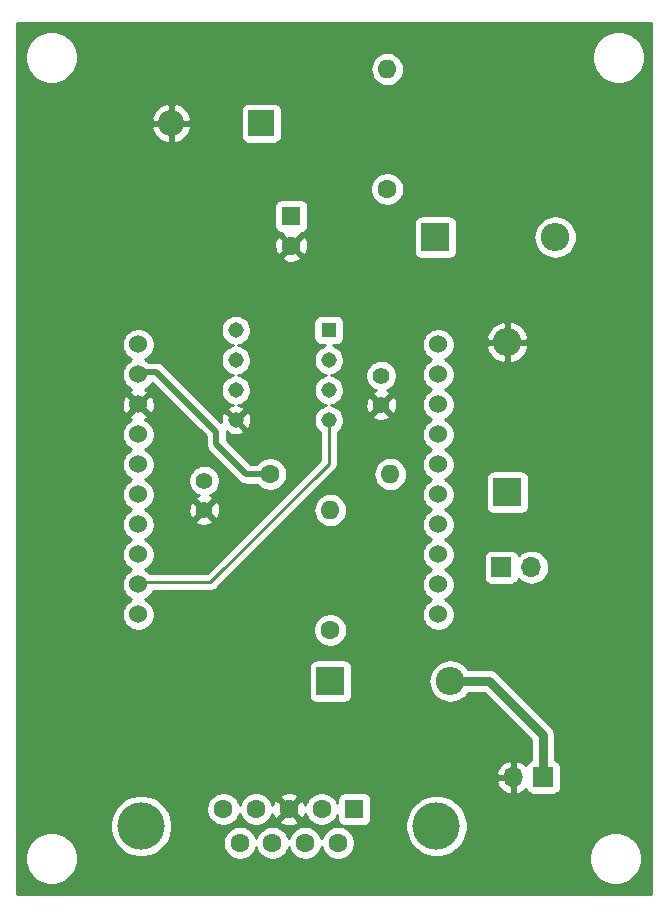
<source format=gbl>
G04 #@! TF.GenerationSoftware,KiCad,Pcbnew,(5.1.4)-1*
G04 #@! TF.CreationDate,2019-12-12T15:35:02+01:00*
G04 #@! TF.ProjectId,LIN bus esp32,4c494e20-6275-4732-9065-737033322e6b,2*
G04 #@! TF.SameCoordinates,Original*
G04 #@! TF.FileFunction,Copper,L2,Bot*
G04 #@! TF.FilePolarity,Positive*
%FSLAX46Y46*%
G04 Gerber Fmt 4.6, Leading zero omitted, Abs format (unit mm)*
G04 Created by KiCad (PCBNEW (5.1.4)-1) date 2019-12-12 15:35:02*
%MOMM*%
%LPD*%
G04 APERTURE LIST*
%ADD10C,4.000000*%
%ADD11C,1.600000*%
%ADD12R,1.600000X1.600000*%
%ADD13O,1.700000X1.700000*%
%ADD14R,1.700000X1.700000*%
%ADD15O,1.600000X1.600000*%
%ADD16C,1.308000*%
%ADD17R,1.308000X1.308000*%
%ADD18O,2.400000X2.400000*%
%ADD19R,2.400000X2.400000*%
%ADD20O,2.200000X2.200000*%
%ADD21R,2.200000X2.200000*%
%ADD22C,1.400000*%
%ADD23C,1.524000*%
%ADD24C,0.508000*%
%ADD25C,0.762000*%
%ADD26C,0.254000*%
G04 APERTURE END LIST*
D10*
X136138000Y-113608000D03*
X161138000Y-113608000D03*
D11*
X144483000Y-115028000D03*
X147253000Y-115028000D03*
X150023000Y-115028000D03*
X152793000Y-115028000D03*
X143098000Y-112188000D03*
X145868000Y-112188000D03*
X148638000Y-112188000D03*
X151408000Y-112188000D03*
D12*
X154178000Y-112188000D03*
D13*
X167640000Y-109474000D03*
D14*
X170180000Y-109474000D03*
D11*
X148844000Y-64476000D03*
D12*
X148844000Y-61976000D03*
D15*
X152146000Y-86868000D03*
D11*
X152146000Y-97028000D03*
D15*
X156972000Y-49530000D03*
D11*
X156972000Y-59690000D03*
D15*
X157226000Y-83820000D03*
D11*
X147066000Y-83820000D03*
D13*
X169164000Y-91694000D03*
D14*
X166624000Y-91694000D03*
D16*
X144147000Y-74168000D03*
X144147000Y-76708000D03*
X144147000Y-71628000D03*
X144147000Y-79248000D03*
D17*
X152017000Y-71628000D03*
D16*
X152017000Y-79248000D03*
X152017000Y-74168000D03*
X152017000Y-76708000D03*
D18*
X167132000Y-72644000D03*
D19*
X167132000Y-85344000D03*
D18*
X162306000Y-101346000D03*
D19*
X152146000Y-101346000D03*
D18*
X171196000Y-63754000D03*
D19*
X161036000Y-63754000D03*
D20*
X138684000Y-54102000D03*
D21*
X146304000Y-54102000D03*
D22*
X141478000Y-84368000D03*
X141478000Y-86868000D03*
X156464000Y-75478000D03*
X156464000Y-77978000D03*
D23*
X135890000Y-72844000D03*
X135890000Y-75384000D03*
X135890000Y-77924000D03*
X135890000Y-80464000D03*
X135890000Y-83004000D03*
X135890000Y-85544000D03*
X135890000Y-88084000D03*
X135890000Y-90624000D03*
X135890000Y-93164000D03*
X135890000Y-95704000D03*
X161290000Y-72844000D03*
X161290000Y-75384000D03*
X161290000Y-77924000D03*
X161290000Y-80464000D03*
X161290000Y-83004000D03*
X161290000Y-85544000D03*
X161290000Y-88084000D03*
X161290000Y-90624000D03*
X161290000Y-93164000D03*
X161290000Y-95704000D03*
D24*
X135890000Y-75184000D02*
X137414000Y-75184000D01*
X137414000Y-75184000D02*
X142494000Y-80264000D01*
X142494000Y-80264000D02*
X142494000Y-81280000D01*
X145034000Y-83820000D02*
X147066000Y-83820000D01*
X142494000Y-81280000D02*
X145034000Y-83820000D01*
D25*
X170180000Y-109474000D02*
X170180000Y-105918000D01*
X165608000Y-101346000D02*
X162306000Y-101346000D01*
X170180000Y-105918000D02*
X165608000Y-101346000D01*
D26*
X135890000Y-92964000D02*
X141986000Y-92964000D01*
X152017000Y-82933000D02*
X152017000Y-79248000D01*
X141986000Y-92964000D02*
X152017000Y-82933000D01*
G36*
X179340001Y-119340000D02*
G01*
X125660000Y-119340000D01*
X125660000Y-116111872D01*
X126289000Y-116111872D01*
X126289000Y-116552128D01*
X126374890Y-116983925D01*
X126543369Y-117390669D01*
X126787962Y-117756729D01*
X127099271Y-118068038D01*
X127465331Y-118312631D01*
X127872075Y-118481110D01*
X128303872Y-118567000D01*
X128744128Y-118567000D01*
X129175925Y-118481110D01*
X129582669Y-118312631D01*
X129948729Y-118068038D01*
X130260038Y-117756729D01*
X130504631Y-117390669D01*
X130673110Y-116983925D01*
X130759000Y-116552128D01*
X130759000Y-116111872D01*
X130673110Y-115680075D01*
X130504631Y-115273331D01*
X130260038Y-114907271D01*
X129948729Y-114595962D01*
X129582669Y-114351369D01*
X129175925Y-114182890D01*
X128744128Y-114097000D01*
X128303872Y-114097000D01*
X127872075Y-114182890D01*
X127465331Y-114351369D01*
X127099271Y-114595962D01*
X126787962Y-114907271D01*
X126543369Y-115273331D01*
X126374890Y-115680075D01*
X126289000Y-116111872D01*
X125660000Y-116111872D01*
X125660000Y-113348475D01*
X133503000Y-113348475D01*
X133503000Y-113867525D01*
X133604261Y-114376601D01*
X133802893Y-114856141D01*
X134091262Y-115287715D01*
X134458285Y-115654738D01*
X134889859Y-115943107D01*
X135369399Y-116141739D01*
X135878475Y-116243000D01*
X136397525Y-116243000D01*
X136906601Y-116141739D01*
X137386141Y-115943107D01*
X137817715Y-115654738D01*
X138184738Y-115287715D01*
X138452711Y-114886665D01*
X143048000Y-114886665D01*
X143048000Y-115169335D01*
X143103147Y-115446574D01*
X143211320Y-115707727D01*
X143368363Y-115942759D01*
X143568241Y-116142637D01*
X143803273Y-116299680D01*
X144064426Y-116407853D01*
X144341665Y-116463000D01*
X144624335Y-116463000D01*
X144901574Y-116407853D01*
X145162727Y-116299680D01*
X145397759Y-116142637D01*
X145597637Y-115942759D01*
X145754680Y-115707727D01*
X145862853Y-115446574D01*
X145868000Y-115420699D01*
X145873147Y-115446574D01*
X145981320Y-115707727D01*
X146138363Y-115942759D01*
X146338241Y-116142637D01*
X146573273Y-116299680D01*
X146834426Y-116407853D01*
X147111665Y-116463000D01*
X147394335Y-116463000D01*
X147671574Y-116407853D01*
X147932727Y-116299680D01*
X148167759Y-116142637D01*
X148367637Y-115942759D01*
X148524680Y-115707727D01*
X148632853Y-115446574D01*
X148638000Y-115420699D01*
X148643147Y-115446574D01*
X148751320Y-115707727D01*
X148908363Y-115942759D01*
X149108241Y-116142637D01*
X149343273Y-116299680D01*
X149604426Y-116407853D01*
X149881665Y-116463000D01*
X150164335Y-116463000D01*
X150441574Y-116407853D01*
X150702727Y-116299680D01*
X150937759Y-116142637D01*
X151137637Y-115942759D01*
X151294680Y-115707727D01*
X151402853Y-115446574D01*
X151408000Y-115420699D01*
X151413147Y-115446574D01*
X151521320Y-115707727D01*
X151678363Y-115942759D01*
X151878241Y-116142637D01*
X152113273Y-116299680D01*
X152374426Y-116407853D01*
X152651665Y-116463000D01*
X152934335Y-116463000D01*
X153211574Y-116407853D01*
X153472727Y-116299680D01*
X153707759Y-116142637D01*
X153907637Y-115942759D01*
X154064680Y-115707727D01*
X154172853Y-115446574D01*
X154228000Y-115169335D01*
X154228000Y-114886665D01*
X154172853Y-114609426D01*
X154064680Y-114348273D01*
X153907637Y-114113241D01*
X153707759Y-113913363D01*
X153472727Y-113756320D01*
X153211574Y-113648147D01*
X152934335Y-113593000D01*
X152651665Y-113593000D01*
X152374426Y-113648147D01*
X152113273Y-113756320D01*
X151878241Y-113913363D01*
X151678363Y-114113241D01*
X151521320Y-114348273D01*
X151413147Y-114609426D01*
X151408000Y-114635301D01*
X151402853Y-114609426D01*
X151294680Y-114348273D01*
X151137637Y-114113241D01*
X150937759Y-113913363D01*
X150702727Y-113756320D01*
X150441574Y-113648147D01*
X150164335Y-113593000D01*
X149881665Y-113593000D01*
X149604426Y-113648147D01*
X149343273Y-113756320D01*
X149108241Y-113913363D01*
X148908363Y-114113241D01*
X148751320Y-114348273D01*
X148643147Y-114609426D01*
X148638000Y-114635301D01*
X148632853Y-114609426D01*
X148524680Y-114348273D01*
X148367637Y-114113241D01*
X148167759Y-113913363D01*
X147932727Y-113756320D01*
X147671574Y-113648147D01*
X147394335Y-113593000D01*
X147111665Y-113593000D01*
X146834426Y-113648147D01*
X146573273Y-113756320D01*
X146338241Y-113913363D01*
X146138363Y-114113241D01*
X145981320Y-114348273D01*
X145873147Y-114609426D01*
X145868000Y-114635301D01*
X145862853Y-114609426D01*
X145754680Y-114348273D01*
X145597637Y-114113241D01*
X145397759Y-113913363D01*
X145162727Y-113756320D01*
X144901574Y-113648147D01*
X144624335Y-113593000D01*
X144341665Y-113593000D01*
X144064426Y-113648147D01*
X143803273Y-113756320D01*
X143568241Y-113913363D01*
X143368363Y-114113241D01*
X143211320Y-114348273D01*
X143103147Y-114609426D01*
X143048000Y-114886665D01*
X138452711Y-114886665D01*
X138473107Y-114856141D01*
X138671739Y-114376601D01*
X138773000Y-113867525D01*
X138773000Y-113348475D01*
X138671739Y-112839399D01*
X138473107Y-112359859D01*
X138263838Y-112046665D01*
X141663000Y-112046665D01*
X141663000Y-112329335D01*
X141718147Y-112606574D01*
X141826320Y-112867727D01*
X141983363Y-113102759D01*
X142183241Y-113302637D01*
X142418273Y-113459680D01*
X142679426Y-113567853D01*
X142956665Y-113623000D01*
X143239335Y-113623000D01*
X143516574Y-113567853D01*
X143777727Y-113459680D01*
X144012759Y-113302637D01*
X144212637Y-113102759D01*
X144369680Y-112867727D01*
X144477853Y-112606574D01*
X144483000Y-112580699D01*
X144488147Y-112606574D01*
X144596320Y-112867727D01*
X144753363Y-113102759D01*
X144953241Y-113302637D01*
X145188273Y-113459680D01*
X145449426Y-113567853D01*
X145726665Y-113623000D01*
X146009335Y-113623000D01*
X146286574Y-113567853D01*
X146547727Y-113459680D01*
X146782759Y-113302637D01*
X146904694Y-113180702D01*
X147824903Y-113180702D01*
X147896486Y-113424671D01*
X148151996Y-113545571D01*
X148426184Y-113614300D01*
X148708512Y-113628217D01*
X148988130Y-113586787D01*
X149254292Y-113491603D01*
X149379514Y-113424671D01*
X149451097Y-113180702D01*
X148638000Y-112367605D01*
X147824903Y-113180702D01*
X146904694Y-113180702D01*
X146982637Y-113102759D01*
X147139680Y-112867727D01*
X147247853Y-112606574D01*
X147253513Y-112578118D01*
X147334397Y-112804292D01*
X147401329Y-112929514D01*
X147645298Y-113001097D01*
X148458395Y-112188000D01*
X148817605Y-112188000D01*
X149630702Y-113001097D01*
X149874671Y-112929514D01*
X149995571Y-112674004D01*
X150021212Y-112571711D01*
X150028147Y-112606574D01*
X150136320Y-112867727D01*
X150293363Y-113102759D01*
X150493241Y-113302637D01*
X150728273Y-113459680D01*
X150989426Y-113567853D01*
X151266665Y-113623000D01*
X151549335Y-113623000D01*
X151826574Y-113567853D01*
X152087727Y-113459680D01*
X152322759Y-113302637D01*
X152522637Y-113102759D01*
X152679680Y-112867727D01*
X152739928Y-112722275D01*
X152739928Y-112988000D01*
X152752188Y-113112482D01*
X152788498Y-113232180D01*
X152847463Y-113342494D01*
X152926815Y-113439185D01*
X153023506Y-113518537D01*
X153133820Y-113577502D01*
X153253518Y-113613812D01*
X153378000Y-113626072D01*
X154978000Y-113626072D01*
X155102482Y-113613812D01*
X155222180Y-113577502D01*
X155332494Y-113518537D01*
X155429185Y-113439185D01*
X155503628Y-113348475D01*
X158503000Y-113348475D01*
X158503000Y-113867525D01*
X158604261Y-114376601D01*
X158802893Y-114856141D01*
X159091262Y-115287715D01*
X159458285Y-115654738D01*
X159889859Y-115943107D01*
X160369399Y-116141739D01*
X160878475Y-116243000D01*
X161397525Y-116243000D01*
X161906601Y-116141739D01*
X161978706Y-116111872D01*
X174041000Y-116111872D01*
X174041000Y-116552128D01*
X174126890Y-116983925D01*
X174295369Y-117390669D01*
X174539962Y-117756729D01*
X174851271Y-118068038D01*
X175217331Y-118312631D01*
X175624075Y-118481110D01*
X176055872Y-118567000D01*
X176496128Y-118567000D01*
X176927925Y-118481110D01*
X177334669Y-118312631D01*
X177700729Y-118068038D01*
X178012038Y-117756729D01*
X178256631Y-117390669D01*
X178425110Y-116983925D01*
X178511000Y-116552128D01*
X178511000Y-116111872D01*
X178425110Y-115680075D01*
X178256631Y-115273331D01*
X178012038Y-114907271D01*
X177700729Y-114595962D01*
X177334669Y-114351369D01*
X176927925Y-114182890D01*
X176496128Y-114097000D01*
X176055872Y-114097000D01*
X175624075Y-114182890D01*
X175217331Y-114351369D01*
X174851271Y-114595962D01*
X174539962Y-114907271D01*
X174295369Y-115273331D01*
X174126890Y-115680075D01*
X174041000Y-116111872D01*
X161978706Y-116111872D01*
X162386141Y-115943107D01*
X162817715Y-115654738D01*
X163184738Y-115287715D01*
X163473107Y-114856141D01*
X163671739Y-114376601D01*
X163773000Y-113867525D01*
X163773000Y-113348475D01*
X163671739Y-112839399D01*
X163473107Y-112359859D01*
X163184738Y-111928285D01*
X162817715Y-111561262D01*
X162386141Y-111272893D01*
X161906601Y-111074261D01*
X161397525Y-110973000D01*
X160878475Y-110973000D01*
X160369399Y-111074261D01*
X159889859Y-111272893D01*
X159458285Y-111561262D01*
X159091262Y-111928285D01*
X158802893Y-112359859D01*
X158604261Y-112839399D01*
X158503000Y-113348475D01*
X155503628Y-113348475D01*
X155508537Y-113342494D01*
X155567502Y-113232180D01*
X155603812Y-113112482D01*
X155616072Y-112988000D01*
X155616072Y-111388000D01*
X155603812Y-111263518D01*
X155567502Y-111143820D01*
X155508537Y-111033506D01*
X155429185Y-110936815D01*
X155332494Y-110857463D01*
X155222180Y-110798498D01*
X155102482Y-110762188D01*
X154978000Y-110749928D01*
X153378000Y-110749928D01*
X153253518Y-110762188D01*
X153133820Y-110798498D01*
X153023506Y-110857463D01*
X152926815Y-110936815D01*
X152847463Y-111033506D01*
X152788498Y-111143820D01*
X152752188Y-111263518D01*
X152739928Y-111388000D01*
X152739928Y-111653725D01*
X152679680Y-111508273D01*
X152522637Y-111273241D01*
X152322759Y-111073363D01*
X152087727Y-110916320D01*
X151826574Y-110808147D01*
X151549335Y-110753000D01*
X151266665Y-110753000D01*
X150989426Y-110808147D01*
X150728273Y-110916320D01*
X150493241Y-111073363D01*
X150293363Y-111273241D01*
X150136320Y-111508273D01*
X150028147Y-111769426D01*
X150022487Y-111797882D01*
X149941603Y-111571708D01*
X149874671Y-111446486D01*
X149630702Y-111374903D01*
X148817605Y-112188000D01*
X148458395Y-112188000D01*
X147645298Y-111374903D01*
X147401329Y-111446486D01*
X147280429Y-111701996D01*
X147254788Y-111804289D01*
X147247853Y-111769426D01*
X147139680Y-111508273D01*
X146982637Y-111273241D01*
X146904694Y-111195298D01*
X147824903Y-111195298D01*
X148638000Y-112008395D01*
X149451097Y-111195298D01*
X149379514Y-110951329D01*
X149124004Y-110830429D01*
X148849816Y-110761700D01*
X148567488Y-110747783D01*
X148287870Y-110789213D01*
X148021708Y-110884397D01*
X147896486Y-110951329D01*
X147824903Y-111195298D01*
X146904694Y-111195298D01*
X146782759Y-111073363D01*
X146547727Y-110916320D01*
X146286574Y-110808147D01*
X146009335Y-110753000D01*
X145726665Y-110753000D01*
X145449426Y-110808147D01*
X145188273Y-110916320D01*
X144953241Y-111073363D01*
X144753363Y-111273241D01*
X144596320Y-111508273D01*
X144488147Y-111769426D01*
X144483000Y-111795301D01*
X144477853Y-111769426D01*
X144369680Y-111508273D01*
X144212637Y-111273241D01*
X144012759Y-111073363D01*
X143777727Y-110916320D01*
X143516574Y-110808147D01*
X143239335Y-110753000D01*
X142956665Y-110753000D01*
X142679426Y-110808147D01*
X142418273Y-110916320D01*
X142183241Y-111073363D01*
X141983363Y-111273241D01*
X141826320Y-111508273D01*
X141718147Y-111769426D01*
X141663000Y-112046665D01*
X138263838Y-112046665D01*
X138184738Y-111928285D01*
X137817715Y-111561262D01*
X137386141Y-111272893D01*
X136906601Y-111074261D01*
X136397525Y-110973000D01*
X135878475Y-110973000D01*
X135369399Y-111074261D01*
X134889859Y-111272893D01*
X134458285Y-111561262D01*
X134091262Y-111928285D01*
X133802893Y-112359859D01*
X133604261Y-112839399D01*
X133503000Y-113348475D01*
X125660000Y-113348475D01*
X125660000Y-109830891D01*
X166198519Y-109830891D01*
X166295843Y-110105252D01*
X166444822Y-110355355D01*
X166639731Y-110571588D01*
X166873080Y-110745641D01*
X167135901Y-110870825D01*
X167283110Y-110915476D01*
X167513000Y-110794155D01*
X167513000Y-109601000D01*
X166319186Y-109601000D01*
X166198519Y-109830891D01*
X125660000Y-109830891D01*
X125660000Y-109117109D01*
X166198519Y-109117109D01*
X166319186Y-109347000D01*
X167513000Y-109347000D01*
X167513000Y-108153845D01*
X167283110Y-108032524D01*
X167135901Y-108077175D01*
X166873080Y-108202359D01*
X166639731Y-108376412D01*
X166444822Y-108592645D01*
X166295843Y-108842748D01*
X166198519Y-109117109D01*
X125660000Y-109117109D01*
X125660000Y-100146000D01*
X150307928Y-100146000D01*
X150307928Y-102546000D01*
X150320188Y-102670482D01*
X150356498Y-102790180D01*
X150415463Y-102900494D01*
X150494815Y-102997185D01*
X150591506Y-103076537D01*
X150701820Y-103135502D01*
X150821518Y-103171812D01*
X150946000Y-103184072D01*
X153346000Y-103184072D01*
X153470482Y-103171812D01*
X153590180Y-103135502D01*
X153700494Y-103076537D01*
X153797185Y-102997185D01*
X153876537Y-102900494D01*
X153935502Y-102790180D01*
X153971812Y-102670482D01*
X153984072Y-102546000D01*
X153984072Y-101346000D01*
X160462122Y-101346000D01*
X160497552Y-101705723D01*
X160602479Y-102051622D01*
X160772871Y-102370404D01*
X161002181Y-102649819D01*
X161281596Y-102879129D01*
X161600378Y-103049521D01*
X161946277Y-103154448D01*
X162215861Y-103181000D01*
X162396139Y-103181000D01*
X162665723Y-103154448D01*
X163011622Y-103049521D01*
X163330404Y-102879129D01*
X163609819Y-102649819D01*
X163839129Y-102370404D01*
X163843621Y-102362000D01*
X165187160Y-102362000D01*
X169164001Y-106338842D01*
X169164000Y-108010782D01*
X169085820Y-108034498D01*
X168975506Y-108093463D01*
X168878815Y-108172815D01*
X168799463Y-108269506D01*
X168740498Y-108379820D01*
X168716034Y-108460466D01*
X168640269Y-108376412D01*
X168406920Y-108202359D01*
X168144099Y-108077175D01*
X167996890Y-108032524D01*
X167767000Y-108153845D01*
X167767000Y-109347000D01*
X167787000Y-109347000D01*
X167787000Y-109601000D01*
X167767000Y-109601000D01*
X167767000Y-110794155D01*
X167996890Y-110915476D01*
X168144099Y-110870825D01*
X168406920Y-110745641D01*
X168640269Y-110571588D01*
X168716034Y-110487534D01*
X168740498Y-110568180D01*
X168799463Y-110678494D01*
X168878815Y-110775185D01*
X168975506Y-110854537D01*
X169085820Y-110913502D01*
X169205518Y-110949812D01*
X169330000Y-110962072D01*
X171030000Y-110962072D01*
X171154482Y-110949812D01*
X171274180Y-110913502D01*
X171384494Y-110854537D01*
X171481185Y-110775185D01*
X171560537Y-110678494D01*
X171619502Y-110568180D01*
X171655812Y-110448482D01*
X171668072Y-110324000D01*
X171668072Y-108624000D01*
X171655812Y-108499518D01*
X171619502Y-108379820D01*
X171560537Y-108269506D01*
X171481185Y-108172815D01*
X171384494Y-108093463D01*
X171274180Y-108034498D01*
X171196000Y-108010782D01*
X171196000Y-105967893D01*
X171200914Y-105917999D01*
X171196000Y-105868105D01*
X171196000Y-105868098D01*
X171181298Y-105718829D01*
X171123202Y-105527313D01*
X171028860Y-105350810D01*
X170901896Y-105196104D01*
X170863133Y-105164292D01*
X166361712Y-100662872D01*
X166329896Y-100624104D01*
X166175190Y-100497140D01*
X165998687Y-100402798D01*
X165807171Y-100344702D01*
X165657902Y-100330000D01*
X165608000Y-100325085D01*
X165558098Y-100330000D01*
X163843621Y-100330000D01*
X163839129Y-100321596D01*
X163609819Y-100042181D01*
X163330404Y-99812871D01*
X163011622Y-99642479D01*
X162665723Y-99537552D01*
X162396139Y-99511000D01*
X162215861Y-99511000D01*
X161946277Y-99537552D01*
X161600378Y-99642479D01*
X161281596Y-99812871D01*
X161002181Y-100042181D01*
X160772871Y-100321596D01*
X160602479Y-100640378D01*
X160497552Y-100986277D01*
X160462122Y-101346000D01*
X153984072Y-101346000D01*
X153984072Y-100146000D01*
X153971812Y-100021518D01*
X153935502Y-99901820D01*
X153876537Y-99791506D01*
X153797185Y-99694815D01*
X153700494Y-99615463D01*
X153590180Y-99556498D01*
X153470482Y-99520188D01*
X153346000Y-99507928D01*
X150946000Y-99507928D01*
X150821518Y-99520188D01*
X150701820Y-99556498D01*
X150591506Y-99615463D01*
X150494815Y-99694815D01*
X150415463Y-99791506D01*
X150356498Y-99901820D01*
X150320188Y-100021518D01*
X150307928Y-100146000D01*
X125660000Y-100146000D01*
X125660000Y-80326408D01*
X134493000Y-80326408D01*
X134493000Y-80601592D01*
X134546686Y-80871490D01*
X134651995Y-81125727D01*
X134804880Y-81354535D01*
X134999465Y-81549120D01*
X135228273Y-81702005D01*
X135305515Y-81734000D01*
X135228273Y-81765995D01*
X134999465Y-81918880D01*
X134804880Y-82113465D01*
X134651995Y-82342273D01*
X134546686Y-82596510D01*
X134493000Y-82866408D01*
X134493000Y-83141592D01*
X134546686Y-83411490D01*
X134651995Y-83665727D01*
X134804880Y-83894535D01*
X134999465Y-84089120D01*
X135228273Y-84242005D01*
X135305515Y-84274000D01*
X135228273Y-84305995D01*
X134999465Y-84458880D01*
X134804880Y-84653465D01*
X134651995Y-84882273D01*
X134546686Y-85136510D01*
X134493000Y-85406408D01*
X134493000Y-85681592D01*
X134546686Y-85951490D01*
X134651995Y-86205727D01*
X134804880Y-86434535D01*
X134999465Y-86629120D01*
X135228273Y-86782005D01*
X135305515Y-86814000D01*
X135228273Y-86845995D01*
X134999465Y-86998880D01*
X134804880Y-87193465D01*
X134651995Y-87422273D01*
X134546686Y-87676510D01*
X134493000Y-87946408D01*
X134493000Y-88221592D01*
X134546686Y-88491490D01*
X134651995Y-88745727D01*
X134804880Y-88974535D01*
X134999465Y-89169120D01*
X135228273Y-89322005D01*
X135305515Y-89354000D01*
X135228273Y-89385995D01*
X134999465Y-89538880D01*
X134804880Y-89733465D01*
X134651995Y-89962273D01*
X134546686Y-90216510D01*
X134493000Y-90486408D01*
X134493000Y-90761592D01*
X134546686Y-91031490D01*
X134651995Y-91285727D01*
X134804880Y-91514535D01*
X134999465Y-91709120D01*
X135228273Y-91862005D01*
X135305515Y-91894000D01*
X135228273Y-91925995D01*
X134999465Y-92078880D01*
X134804880Y-92273465D01*
X134651995Y-92502273D01*
X134546686Y-92756510D01*
X134493000Y-93026408D01*
X134493000Y-93301592D01*
X134546686Y-93571490D01*
X134651995Y-93825727D01*
X134804880Y-94054535D01*
X134999465Y-94249120D01*
X135228273Y-94402005D01*
X135305515Y-94434000D01*
X135228273Y-94465995D01*
X134999465Y-94618880D01*
X134804880Y-94813465D01*
X134651995Y-95042273D01*
X134546686Y-95296510D01*
X134493000Y-95566408D01*
X134493000Y-95841592D01*
X134546686Y-96111490D01*
X134651995Y-96365727D01*
X134804880Y-96594535D01*
X134999465Y-96789120D01*
X135228273Y-96942005D01*
X135482510Y-97047314D01*
X135752408Y-97101000D01*
X136027592Y-97101000D01*
X136297490Y-97047314D01*
X136551727Y-96942005D01*
X136634548Y-96886665D01*
X150711000Y-96886665D01*
X150711000Y-97169335D01*
X150766147Y-97446574D01*
X150874320Y-97707727D01*
X151031363Y-97942759D01*
X151231241Y-98142637D01*
X151466273Y-98299680D01*
X151727426Y-98407853D01*
X152004665Y-98463000D01*
X152287335Y-98463000D01*
X152564574Y-98407853D01*
X152825727Y-98299680D01*
X153060759Y-98142637D01*
X153260637Y-97942759D01*
X153417680Y-97707727D01*
X153525853Y-97446574D01*
X153581000Y-97169335D01*
X153581000Y-96886665D01*
X153525853Y-96609426D01*
X153417680Y-96348273D01*
X153260637Y-96113241D01*
X153060759Y-95913363D01*
X152825727Y-95756320D01*
X152564574Y-95648147D01*
X152287335Y-95593000D01*
X152004665Y-95593000D01*
X151727426Y-95648147D01*
X151466273Y-95756320D01*
X151231241Y-95913363D01*
X151031363Y-96113241D01*
X150874320Y-96348273D01*
X150766147Y-96609426D01*
X150711000Y-96886665D01*
X136634548Y-96886665D01*
X136780535Y-96789120D01*
X136975120Y-96594535D01*
X137128005Y-96365727D01*
X137233314Y-96111490D01*
X137287000Y-95841592D01*
X137287000Y-95566408D01*
X137233314Y-95296510D01*
X137128005Y-95042273D01*
X136975120Y-94813465D01*
X136780535Y-94618880D01*
X136551727Y-94465995D01*
X136474485Y-94434000D01*
X136551727Y-94402005D01*
X136780535Y-94249120D01*
X136975120Y-94054535D01*
X137128005Y-93825727D01*
X137169314Y-93726000D01*
X141948577Y-93726000D01*
X141986000Y-93729686D01*
X142023423Y-93726000D01*
X142023426Y-93726000D01*
X142135378Y-93714974D01*
X142279015Y-93671402D01*
X142411392Y-93600645D01*
X142527422Y-93505422D01*
X142551284Y-93476346D01*
X149159630Y-86868000D01*
X150704057Y-86868000D01*
X150731764Y-87149309D01*
X150813818Y-87419808D01*
X150947068Y-87669101D01*
X151126392Y-87887608D01*
X151344899Y-88066932D01*
X151594192Y-88200182D01*
X151864691Y-88282236D01*
X152075508Y-88303000D01*
X152216492Y-88303000D01*
X152427309Y-88282236D01*
X152697808Y-88200182D01*
X152947101Y-88066932D01*
X153165608Y-87887608D01*
X153344932Y-87669101D01*
X153478182Y-87419808D01*
X153560236Y-87149309D01*
X153587943Y-86868000D01*
X153560236Y-86586691D01*
X153478182Y-86316192D01*
X153344932Y-86066899D01*
X153165608Y-85848392D01*
X152947101Y-85669068D01*
X152697808Y-85535818D01*
X152427309Y-85453764D01*
X152216492Y-85433000D01*
X152075508Y-85433000D01*
X151864691Y-85453764D01*
X151594192Y-85535818D01*
X151344899Y-85669068D01*
X151126392Y-85848392D01*
X150947068Y-86066899D01*
X150813818Y-86316192D01*
X150731764Y-86586691D01*
X150704057Y-86868000D01*
X149159630Y-86868000D01*
X152207630Y-83820000D01*
X155784057Y-83820000D01*
X155811764Y-84101309D01*
X155893818Y-84371808D01*
X156027068Y-84621101D01*
X156206392Y-84839608D01*
X156424899Y-85018932D01*
X156674192Y-85152182D01*
X156944691Y-85234236D01*
X157155508Y-85255000D01*
X157296492Y-85255000D01*
X157507309Y-85234236D01*
X157777808Y-85152182D01*
X158027101Y-85018932D01*
X158245608Y-84839608D01*
X158424932Y-84621101D01*
X158558182Y-84371808D01*
X158640236Y-84101309D01*
X158667943Y-83820000D01*
X158640236Y-83538691D01*
X158558182Y-83268192D01*
X158424932Y-83018899D01*
X158245608Y-82800392D01*
X158027101Y-82621068D01*
X157777808Y-82487818D01*
X157507309Y-82405764D01*
X157296492Y-82385000D01*
X157155508Y-82385000D01*
X156944691Y-82405764D01*
X156674192Y-82487818D01*
X156424899Y-82621068D01*
X156206392Y-82800392D01*
X156027068Y-83018899D01*
X155893818Y-83268192D01*
X155811764Y-83538691D01*
X155784057Y-83820000D01*
X152207630Y-83820000D01*
X152529353Y-83498278D01*
X152558422Y-83474422D01*
X152653645Y-83358392D01*
X152724402Y-83226015D01*
X152767974Y-83082378D01*
X152779000Y-82970426D01*
X152779000Y-82970424D01*
X152782686Y-82933001D01*
X152779000Y-82895578D01*
X152779000Y-80289115D01*
X152838690Y-80249232D01*
X153018232Y-80069690D01*
X153159297Y-79858570D01*
X153256465Y-79623987D01*
X153306000Y-79374955D01*
X153306000Y-79121045D01*
X153261887Y-78899269D01*
X155722336Y-78899269D01*
X155781797Y-79133037D01*
X156020242Y-79243934D01*
X156275740Y-79306183D01*
X156538473Y-79317390D01*
X156798344Y-79277125D01*
X157045366Y-79186935D01*
X157146203Y-79133037D01*
X157205664Y-78899269D01*
X156464000Y-78157605D01*
X155722336Y-78899269D01*
X153261887Y-78899269D01*
X153256465Y-78872013D01*
X153159297Y-78637430D01*
X153018232Y-78426310D01*
X152838690Y-78246768D01*
X152627570Y-78105703D01*
X152499063Y-78052473D01*
X155124610Y-78052473D01*
X155164875Y-78312344D01*
X155255065Y-78559366D01*
X155308963Y-78660203D01*
X155542731Y-78719664D01*
X156284395Y-77978000D01*
X156643605Y-77978000D01*
X157385269Y-78719664D01*
X157619037Y-78660203D01*
X157729934Y-78421758D01*
X157792183Y-78166260D01*
X157803390Y-77903527D01*
X157763125Y-77643656D01*
X157672935Y-77396634D01*
X157619037Y-77295797D01*
X157385269Y-77236336D01*
X156643605Y-77978000D01*
X156284395Y-77978000D01*
X155542731Y-77236336D01*
X155308963Y-77295797D01*
X155198066Y-77534242D01*
X155135817Y-77789740D01*
X155124610Y-78052473D01*
X152499063Y-78052473D01*
X152392987Y-78008535D01*
X152239476Y-77978000D01*
X152392987Y-77947465D01*
X152627570Y-77850297D01*
X152838690Y-77709232D01*
X153018232Y-77529690D01*
X153159297Y-77318570D01*
X153256465Y-77083987D01*
X153306000Y-76834955D01*
X153306000Y-76581045D01*
X153256465Y-76332013D01*
X153159297Y-76097430D01*
X153018232Y-75886310D01*
X152838690Y-75706768D01*
X152627570Y-75565703D01*
X152392987Y-75468535D01*
X152239476Y-75438000D01*
X152392987Y-75407465D01*
X152540134Y-75346514D01*
X155129000Y-75346514D01*
X155129000Y-75609486D01*
X155180304Y-75867405D01*
X155280939Y-76110359D01*
X155427038Y-76329013D01*
X155612987Y-76514962D01*
X155831641Y-76661061D01*
X155994118Y-76728361D01*
X155882634Y-76769065D01*
X155781797Y-76822963D01*
X155722336Y-77056731D01*
X156464000Y-77798395D01*
X157205664Y-77056731D01*
X157146203Y-76822963D01*
X156938596Y-76726408D01*
X157096359Y-76661061D01*
X157315013Y-76514962D01*
X157500962Y-76329013D01*
X157647061Y-76110359D01*
X157747696Y-75867405D01*
X157799000Y-75609486D01*
X157799000Y-75346514D01*
X157747696Y-75088595D01*
X157647061Y-74845641D01*
X157500962Y-74626987D01*
X157315013Y-74441038D01*
X157096359Y-74294939D01*
X156853405Y-74194304D01*
X156595486Y-74143000D01*
X156332514Y-74143000D01*
X156074595Y-74194304D01*
X155831641Y-74294939D01*
X155612987Y-74441038D01*
X155427038Y-74626987D01*
X155280939Y-74845641D01*
X155180304Y-75088595D01*
X155129000Y-75346514D01*
X152540134Y-75346514D01*
X152627570Y-75310297D01*
X152838690Y-75169232D01*
X153018232Y-74989690D01*
X153159297Y-74778570D01*
X153256465Y-74543987D01*
X153306000Y-74294955D01*
X153306000Y-74041045D01*
X153256465Y-73792013D01*
X153159297Y-73557430D01*
X153018232Y-73346310D01*
X152838690Y-73166768D01*
X152627570Y-73025703D01*
X152392987Y-72928535D01*
X152350440Y-72920072D01*
X152671000Y-72920072D01*
X152795482Y-72907812D01*
X152915180Y-72871502D01*
X153025494Y-72812537D01*
X153122185Y-72733185D01*
X153144160Y-72706408D01*
X159893000Y-72706408D01*
X159893000Y-72981592D01*
X159946686Y-73251490D01*
X160051995Y-73505727D01*
X160204880Y-73734535D01*
X160399465Y-73929120D01*
X160628273Y-74082005D01*
X160705515Y-74114000D01*
X160628273Y-74145995D01*
X160399465Y-74298880D01*
X160204880Y-74493465D01*
X160051995Y-74722273D01*
X159946686Y-74976510D01*
X159893000Y-75246408D01*
X159893000Y-75521592D01*
X159946686Y-75791490D01*
X160051995Y-76045727D01*
X160204880Y-76274535D01*
X160399465Y-76469120D01*
X160628273Y-76622005D01*
X160705515Y-76654000D01*
X160628273Y-76685995D01*
X160399465Y-76838880D01*
X160204880Y-77033465D01*
X160051995Y-77262273D01*
X159946686Y-77516510D01*
X159893000Y-77786408D01*
X159893000Y-78061592D01*
X159946686Y-78331490D01*
X160051995Y-78585727D01*
X160204880Y-78814535D01*
X160399465Y-79009120D01*
X160628273Y-79162005D01*
X160705515Y-79194000D01*
X160628273Y-79225995D01*
X160399465Y-79378880D01*
X160204880Y-79573465D01*
X160051995Y-79802273D01*
X159946686Y-80056510D01*
X159893000Y-80326408D01*
X159893000Y-80601592D01*
X159946686Y-80871490D01*
X160051995Y-81125727D01*
X160204880Y-81354535D01*
X160399465Y-81549120D01*
X160628273Y-81702005D01*
X160705515Y-81734000D01*
X160628273Y-81765995D01*
X160399465Y-81918880D01*
X160204880Y-82113465D01*
X160051995Y-82342273D01*
X159946686Y-82596510D01*
X159893000Y-82866408D01*
X159893000Y-83141592D01*
X159946686Y-83411490D01*
X160051995Y-83665727D01*
X160204880Y-83894535D01*
X160399465Y-84089120D01*
X160628273Y-84242005D01*
X160705515Y-84274000D01*
X160628273Y-84305995D01*
X160399465Y-84458880D01*
X160204880Y-84653465D01*
X160051995Y-84882273D01*
X159946686Y-85136510D01*
X159893000Y-85406408D01*
X159893000Y-85681592D01*
X159946686Y-85951490D01*
X160051995Y-86205727D01*
X160204880Y-86434535D01*
X160399465Y-86629120D01*
X160628273Y-86782005D01*
X160705515Y-86814000D01*
X160628273Y-86845995D01*
X160399465Y-86998880D01*
X160204880Y-87193465D01*
X160051995Y-87422273D01*
X159946686Y-87676510D01*
X159893000Y-87946408D01*
X159893000Y-88221592D01*
X159946686Y-88491490D01*
X160051995Y-88745727D01*
X160204880Y-88974535D01*
X160399465Y-89169120D01*
X160628273Y-89322005D01*
X160705515Y-89354000D01*
X160628273Y-89385995D01*
X160399465Y-89538880D01*
X160204880Y-89733465D01*
X160051995Y-89962273D01*
X159946686Y-90216510D01*
X159893000Y-90486408D01*
X159893000Y-90761592D01*
X159946686Y-91031490D01*
X160051995Y-91285727D01*
X160204880Y-91514535D01*
X160399465Y-91709120D01*
X160628273Y-91862005D01*
X160705515Y-91894000D01*
X160628273Y-91925995D01*
X160399465Y-92078880D01*
X160204880Y-92273465D01*
X160051995Y-92502273D01*
X159946686Y-92756510D01*
X159893000Y-93026408D01*
X159893000Y-93301592D01*
X159946686Y-93571490D01*
X160051995Y-93825727D01*
X160204880Y-94054535D01*
X160399465Y-94249120D01*
X160628273Y-94402005D01*
X160705515Y-94434000D01*
X160628273Y-94465995D01*
X160399465Y-94618880D01*
X160204880Y-94813465D01*
X160051995Y-95042273D01*
X159946686Y-95296510D01*
X159893000Y-95566408D01*
X159893000Y-95841592D01*
X159946686Y-96111490D01*
X160051995Y-96365727D01*
X160204880Y-96594535D01*
X160399465Y-96789120D01*
X160628273Y-96942005D01*
X160882510Y-97047314D01*
X161152408Y-97101000D01*
X161427592Y-97101000D01*
X161697490Y-97047314D01*
X161951727Y-96942005D01*
X162180535Y-96789120D01*
X162375120Y-96594535D01*
X162528005Y-96365727D01*
X162633314Y-96111490D01*
X162687000Y-95841592D01*
X162687000Y-95566408D01*
X162633314Y-95296510D01*
X162528005Y-95042273D01*
X162375120Y-94813465D01*
X162180535Y-94618880D01*
X161951727Y-94465995D01*
X161874485Y-94434000D01*
X161951727Y-94402005D01*
X162180535Y-94249120D01*
X162375120Y-94054535D01*
X162528005Y-93825727D01*
X162633314Y-93571490D01*
X162687000Y-93301592D01*
X162687000Y-93026408D01*
X162633314Y-92756510D01*
X162528005Y-92502273D01*
X162375120Y-92273465D01*
X162180535Y-92078880D01*
X161951727Y-91925995D01*
X161874485Y-91894000D01*
X161951727Y-91862005D01*
X162180535Y-91709120D01*
X162375120Y-91514535D01*
X162528005Y-91285727D01*
X162633314Y-91031490D01*
X162670608Y-90844000D01*
X165135928Y-90844000D01*
X165135928Y-92544000D01*
X165148188Y-92668482D01*
X165184498Y-92788180D01*
X165243463Y-92898494D01*
X165322815Y-92995185D01*
X165419506Y-93074537D01*
X165529820Y-93133502D01*
X165649518Y-93169812D01*
X165774000Y-93182072D01*
X167474000Y-93182072D01*
X167598482Y-93169812D01*
X167718180Y-93133502D01*
X167828494Y-93074537D01*
X167925185Y-92995185D01*
X168004537Y-92898494D01*
X168063502Y-92788180D01*
X168084393Y-92719313D01*
X168108866Y-92749134D01*
X168334986Y-92934706D01*
X168592966Y-93072599D01*
X168872889Y-93157513D01*
X169091050Y-93179000D01*
X169236950Y-93179000D01*
X169455111Y-93157513D01*
X169735034Y-93072599D01*
X169993014Y-92934706D01*
X170219134Y-92749134D01*
X170404706Y-92523014D01*
X170542599Y-92265034D01*
X170627513Y-91985111D01*
X170656185Y-91694000D01*
X170627513Y-91402889D01*
X170542599Y-91122966D01*
X170404706Y-90864986D01*
X170219134Y-90638866D01*
X169993014Y-90453294D01*
X169735034Y-90315401D01*
X169455111Y-90230487D01*
X169236950Y-90209000D01*
X169091050Y-90209000D01*
X168872889Y-90230487D01*
X168592966Y-90315401D01*
X168334986Y-90453294D01*
X168108866Y-90638866D01*
X168084393Y-90668687D01*
X168063502Y-90599820D01*
X168004537Y-90489506D01*
X167925185Y-90392815D01*
X167828494Y-90313463D01*
X167718180Y-90254498D01*
X167598482Y-90218188D01*
X167474000Y-90205928D01*
X165774000Y-90205928D01*
X165649518Y-90218188D01*
X165529820Y-90254498D01*
X165419506Y-90313463D01*
X165322815Y-90392815D01*
X165243463Y-90489506D01*
X165184498Y-90599820D01*
X165148188Y-90719518D01*
X165135928Y-90844000D01*
X162670608Y-90844000D01*
X162687000Y-90761592D01*
X162687000Y-90486408D01*
X162633314Y-90216510D01*
X162528005Y-89962273D01*
X162375120Y-89733465D01*
X162180535Y-89538880D01*
X161951727Y-89385995D01*
X161874485Y-89354000D01*
X161951727Y-89322005D01*
X162180535Y-89169120D01*
X162375120Y-88974535D01*
X162528005Y-88745727D01*
X162633314Y-88491490D01*
X162687000Y-88221592D01*
X162687000Y-87946408D01*
X162633314Y-87676510D01*
X162528005Y-87422273D01*
X162375120Y-87193465D01*
X162180535Y-86998880D01*
X161951727Y-86845995D01*
X161874485Y-86814000D01*
X161951727Y-86782005D01*
X162180535Y-86629120D01*
X162375120Y-86434535D01*
X162528005Y-86205727D01*
X162633314Y-85951490D01*
X162687000Y-85681592D01*
X162687000Y-85406408D01*
X162633314Y-85136510D01*
X162528005Y-84882273D01*
X162375120Y-84653465D01*
X162180535Y-84458880D01*
X161951727Y-84305995D01*
X161874485Y-84274000D01*
X161951727Y-84242005D01*
X162098401Y-84144000D01*
X165293928Y-84144000D01*
X165293928Y-86544000D01*
X165306188Y-86668482D01*
X165342498Y-86788180D01*
X165401463Y-86898494D01*
X165480815Y-86995185D01*
X165577506Y-87074537D01*
X165687820Y-87133502D01*
X165807518Y-87169812D01*
X165932000Y-87182072D01*
X168332000Y-87182072D01*
X168456482Y-87169812D01*
X168576180Y-87133502D01*
X168686494Y-87074537D01*
X168783185Y-86995185D01*
X168862537Y-86898494D01*
X168921502Y-86788180D01*
X168957812Y-86668482D01*
X168970072Y-86544000D01*
X168970072Y-84144000D01*
X168957812Y-84019518D01*
X168921502Y-83899820D01*
X168862537Y-83789506D01*
X168783185Y-83692815D01*
X168686494Y-83613463D01*
X168576180Y-83554498D01*
X168456482Y-83518188D01*
X168332000Y-83505928D01*
X165932000Y-83505928D01*
X165807518Y-83518188D01*
X165687820Y-83554498D01*
X165577506Y-83613463D01*
X165480815Y-83692815D01*
X165401463Y-83789506D01*
X165342498Y-83899820D01*
X165306188Y-84019518D01*
X165293928Y-84144000D01*
X162098401Y-84144000D01*
X162180535Y-84089120D01*
X162375120Y-83894535D01*
X162528005Y-83665727D01*
X162633314Y-83411490D01*
X162687000Y-83141592D01*
X162687000Y-82866408D01*
X162633314Y-82596510D01*
X162528005Y-82342273D01*
X162375120Y-82113465D01*
X162180535Y-81918880D01*
X161951727Y-81765995D01*
X161874485Y-81734000D01*
X161951727Y-81702005D01*
X162180535Y-81549120D01*
X162375120Y-81354535D01*
X162528005Y-81125727D01*
X162633314Y-80871490D01*
X162687000Y-80601592D01*
X162687000Y-80326408D01*
X162633314Y-80056510D01*
X162528005Y-79802273D01*
X162375120Y-79573465D01*
X162180535Y-79378880D01*
X161951727Y-79225995D01*
X161874485Y-79194000D01*
X161951727Y-79162005D01*
X162180535Y-79009120D01*
X162375120Y-78814535D01*
X162528005Y-78585727D01*
X162633314Y-78331490D01*
X162687000Y-78061592D01*
X162687000Y-77786408D01*
X162633314Y-77516510D01*
X162528005Y-77262273D01*
X162375120Y-77033465D01*
X162180535Y-76838880D01*
X161951727Y-76685995D01*
X161874485Y-76654000D01*
X161951727Y-76622005D01*
X162180535Y-76469120D01*
X162375120Y-76274535D01*
X162528005Y-76045727D01*
X162633314Y-75791490D01*
X162687000Y-75521592D01*
X162687000Y-75246408D01*
X162633314Y-74976510D01*
X162528005Y-74722273D01*
X162375120Y-74493465D01*
X162180535Y-74298880D01*
X161951727Y-74145995D01*
X161874485Y-74114000D01*
X161951727Y-74082005D01*
X162180535Y-73929120D01*
X162375120Y-73734535D01*
X162528005Y-73505727D01*
X162633314Y-73251490D01*
X162672237Y-73055806D01*
X165343801Y-73055806D01*
X165458500Y-73396754D01*
X165637511Y-73708774D01*
X165873954Y-73979875D01*
X166158743Y-74199639D01*
X166480934Y-74359621D01*
X166720195Y-74432195D01*
X167005000Y-74315432D01*
X167005000Y-72771000D01*
X167259000Y-72771000D01*
X167259000Y-74315432D01*
X167543805Y-74432195D01*
X167783066Y-74359621D01*
X168105257Y-74199639D01*
X168390046Y-73979875D01*
X168626489Y-73708774D01*
X168805500Y-73396754D01*
X168920199Y-73055806D01*
X168803854Y-72771000D01*
X167259000Y-72771000D01*
X167005000Y-72771000D01*
X165460146Y-72771000D01*
X165343801Y-73055806D01*
X162672237Y-73055806D01*
X162687000Y-72981592D01*
X162687000Y-72706408D01*
X162633314Y-72436510D01*
X162548684Y-72232194D01*
X165343801Y-72232194D01*
X165460146Y-72517000D01*
X167005000Y-72517000D01*
X167005000Y-70972568D01*
X167259000Y-70972568D01*
X167259000Y-72517000D01*
X168803854Y-72517000D01*
X168920199Y-72232194D01*
X168805500Y-71891246D01*
X168626489Y-71579226D01*
X168390046Y-71308125D01*
X168105257Y-71088361D01*
X167783066Y-70928379D01*
X167543805Y-70855805D01*
X167259000Y-70972568D01*
X167005000Y-70972568D01*
X166720195Y-70855805D01*
X166480934Y-70928379D01*
X166158743Y-71088361D01*
X165873954Y-71308125D01*
X165637511Y-71579226D01*
X165458500Y-71891246D01*
X165343801Y-72232194D01*
X162548684Y-72232194D01*
X162528005Y-72182273D01*
X162375120Y-71953465D01*
X162180535Y-71758880D01*
X161951727Y-71605995D01*
X161697490Y-71500686D01*
X161427592Y-71447000D01*
X161152408Y-71447000D01*
X160882510Y-71500686D01*
X160628273Y-71605995D01*
X160399465Y-71758880D01*
X160204880Y-71953465D01*
X160051995Y-72182273D01*
X159946686Y-72436510D01*
X159893000Y-72706408D01*
X153144160Y-72706408D01*
X153201537Y-72636494D01*
X153260502Y-72526180D01*
X153296812Y-72406482D01*
X153309072Y-72282000D01*
X153309072Y-70974000D01*
X153296812Y-70849518D01*
X153260502Y-70729820D01*
X153201537Y-70619506D01*
X153122185Y-70522815D01*
X153025494Y-70443463D01*
X152915180Y-70384498D01*
X152795482Y-70348188D01*
X152671000Y-70335928D01*
X151363000Y-70335928D01*
X151238518Y-70348188D01*
X151118820Y-70384498D01*
X151008506Y-70443463D01*
X150911815Y-70522815D01*
X150832463Y-70619506D01*
X150773498Y-70729820D01*
X150737188Y-70849518D01*
X150724928Y-70974000D01*
X150724928Y-72282000D01*
X150737188Y-72406482D01*
X150773498Y-72526180D01*
X150832463Y-72636494D01*
X150911815Y-72733185D01*
X151008506Y-72812537D01*
X151118820Y-72871502D01*
X151238518Y-72907812D01*
X151363000Y-72920072D01*
X151683560Y-72920072D01*
X151641013Y-72928535D01*
X151406430Y-73025703D01*
X151195310Y-73166768D01*
X151015768Y-73346310D01*
X150874703Y-73557430D01*
X150777535Y-73792013D01*
X150728000Y-74041045D01*
X150728000Y-74294955D01*
X150777535Y-74543987D01*
X150874703Y-74778570D01*
X151015768Y-74989690D01*
X151195310Y-75169232D01*
X151406430Y-75310297D01*
X151641013Y-75407465D01*
X151794524Y-75438000D01*
X151641013Y-75468535D01*
X151406430Y-75565703D01*
X151195310Y-75706768D01*
X151015768Y-75886310D01*
X150874703Y-76097430D01*
X150777535Y-76332013D01*
X150728000Y-76581045D01*
X150728000Y-76834955D01*
X150777535Y-77083987D01*
X150874703Y-77318570D01*
X151015768Y-77529690D01*
X151195310Y-77709232D01*
X151406430Y-77850297D01*
X151641013Y-77947465D01*
X151794524Y-77978000D01*
X151641013Y-78008535D01*
X151406430Y-78105703D01*
X151195310Y-78246768D01*
X151015768Y-78426310D01*
X150874703Y-78637430D01*
X150777535Y-78872013D01*
X150728000Y-79121045D01*
X150728000Y-79374955D01*
X150777535Y-79623987D01*
X150874703Y-79858570D01*
X151015768Y-80069690D01*
X151195310Y-80249232D01*
X151255001Y-80289116D01*
X151255000Y-82617369D01*
X141670370Y-92202000D01*
X136903655Y-92202000D01*
X136780535Y-92078880D01*
X136551727Y-91925995D01*
X136474485Y-91894000D01*
X136551727Y-91862005D01*
X136780535Y-91709120D01*
X136975120Y-91514535D01*
X137128005Y-91285727D01*
X137233314Y-91031490D01*
X137287000Y-90761592D01*
X137287000Y-90486408D01*
X137233314Y-90216510D01*
X137128005Y-89962273D01*
X136975120Y-89733465D01*
X136780535Y-89538880D01*
X136551727Y-89385995D01*
X136474485Y-89354000D01*
X136551727Y-89322005D01*
X136780535Y-89169120D01*
X136975120Y-88974535D01*
X137128005Y-88745727D01*
X137233314Y-88491490D01*
X137287000Y-88221592D01*
X137287000Y-87946408D01*
X137255744Y-87789269D01*
X140736336Y-87789269D01*
X140795797Y-88023037D01*
X141034242Y-88133934D01*
X141289740Y-88196183D01*
X141552473Y-88207390D01*
X141812344Y-88167125D01*
X142059366Y-88076935D01*
X142160203Y-88023037D01*
X142219664Y-87789269D01*
X141478000Y-87047605D01*
X140736336Y-87789269D01*
X137255744Y-87789269D01*
X137233314Y-87676510D01*
X137128005Y-87422273D01*
X136975120Y-87193465D01*
X136780535Y-86998880D01*
X136696117Y-86942473D01*
X140138610Y-86942473D01*
X140178875Y-87202344D01*
X140269065Y-87449366D01*
X140322963Y-87550203D01*
X140556731Y-87609664D01*
X141298395Y-86868000D01*
X141657605Y-86868000D01*
X142399269Y-87609664D01*
X142633037Y-87550203D01*
X142743934Y-87311758D01*
X142806183Y-87056260D01*
X142817390Y-86793527D01*
X142777125Y-86533656D01*
X142686935Y-86286634D01*
X142633037Y-86185797D01*
X142399269Y-86126336D01*
X141657605Y-86868000D01*
X141298395Y-86868000D01*
X140556731Y-86126336D01*
X140322963Y-86185797D01*
X140212066Y-86424242D01*
X140149817Y-86679740D01*
X140138610Y-86942473D01*
X136696117Y-86942473D01*
X136551727Y-86845995D01*
X136474485Y-86814000D01*
X136551727Y-86782005D01*
X136780535Y-86629120D01*
X136975120Y-86434535D01*
X137128005Y-86205727D01*
X137233314Y-85951490D01*
X137287000Y-85681592D01*
X137287000Y-85406408D01*
X137233314Y-85136510D01*
X137128005Y-84882273D01*
X136975120Y-84653465D01*
X136780535Y-84458880D01*
X136551727Y-84305995D01*
X136474485Y-84274000D01*
X136551727Y-84242005D01*
X136559944Y-84236514D01*
X140143000Y-84236514D01*
X140143000Y-84499486D01*
X140194304Y-84757405D01*
X140294939Y-85000359D01*
X140441038Y-85219013D01*
X140626987Y-85404962D01*
X140845641Y-85551061D01*
X141008118Y-85618361D01*
X140896634Y-85659065D01*
X140795797Y-85712963D01*
X140736336Y-85946731D01*
X141478000Y-86688395D01*
X142219664Y-85946731D01*
X142160203Y-85712963D01*
X141952596Y-85616408D01*
X142110359Y-85551061D01*
X142329013Y-85404962D01*
X142514962Y-85219013D01*
X142661061Y-85000359D01*
X142761696Y-84757405D01*
X142813000Y-84499486D01*
X142813000Y-84236514D01*
X142761696Y-83978595D01*
X142661061Y-83735641D01*
X142514962Y-83516987D01*
X142329013Y-83331038D01*
X142110359Y-83184939D01*
X141867405Y-83084304D01*
X141609486Y-83033000D01*
X141346514Y-83033000D01*
X141088595Y-83084304D01*
X140845641Y-83184939D01*
X140626987Y-83331038D01*
X140441038Y-83516987D01*
X140294939Y-83735641D01*
X140194304Y-83978595D01*
X140143000Y-84236514D01*
X136559944Y-84236514D01*
X136780535Y-84089120D01*
X136975120Y-83894535D01*
X137128005Y-83665727D01*
X137233314Y-83411490D01*
X137287000Y-83141592D01*
X137287000Y-82866408D01*
X137233314Y-82596510D01*
X137128005Y-82342273D01*
X136975120Y-82113465D01*
X136780535Y-81918880D01*
X136551727Y-81765995D01*
X136474485Y-81734000D01*
X136551727Y-81702005D01*
X136780535Y-81549120D01*
X136975120Y-81354535D01*
X137128005Y-81125727D01*
X137233314Y-80871490D01*
X137287000Y-80601592D01*
X137287000Y-80326408D01*
X137233314Y-80056510D01*
X137128005Y-79802273D01*
X136975120Y-79573465D01*
X136780535Y-79378880D01*
X136551727Y-79225995D01*
X136480057Y-79196308D01*
X136493023Y-79191636D01*
X136608980Y-79129656D01*
X136675960Y-78889565D01*
X135890000Y-78103605D01*
X135104040Y-78889565D01*
X135171020Y-79129656D01*
X135306760Y-79193485D01*
X135228273Y-79225995D01*
X134999465Y-79378880D01*
X134804880Y-79573465D01*
X134651995Y-79802273D01*
X134546686Y-80056510D01*
X134493000Y-80326408D01*
X125660000Y-80326408D01*
X125660000Y-77996017D01*
X134488090Y-77996017D01*
X134529078Y-78268133D01*
X134622364Y-78527023D01*
X134684344Y-78642980D01*
X134924435Y-78709960D01*
X135710395Y-77924000D01*
X136069605Y-77924000D01*
X136855565Y-78709960D01*
X137095656Y-78642980D01*
X137212756Y-78393952D01*
X137279023Y-78126865D01*
X137291910Y-77851983D01*
X137250922Y-77579867D01*
X137157636Y-77320977D01*
X137095656Y-77205020D01*
X136855565Y-77138040D01*
X136069605Y-77924000D01*
X135710395Y-77924000D01*
X134924435Y-77138040D01*
X134684344Y-77205020D01*
X134567244Y-77454048D01*
X134500977Y-77721135D01*
X134488090Y-77996017D01*
X125660000Y-77996017D01*
X125660000Y-72706408D01*
X134493000Y-72706408D01*
X134493000Y-72981592D01*
X134546686Y-73251490D01*
X134651995Y-73505727D01*
X134804880Y-73734535D01*
X134999465Y-73929120D01*
X135228273Y-74082005D01*
X135305515Y-74114000D01*
X135228273Y-74145995D01*
X134999465Y-74298880D01*
X134804880Y-74493465D01*
X134651995Y-74722273D01*
X134546686Y-74976510D01*
X134493000Y-75246408D01*
X134493000Y-75521592D01*
X134546686Y-75791490D01*
X134651995Y-76045727D01*
X134804880Y-76274535D01*
X134999465Y-76469120D01*
X135228273Y-76622005D01*
X135299943Y-76651692D01*
X135286977Y-76656364D01*
X135171020Y-76718344D01*
X135104040Y-76958435D01*
X135890000Y-77744395D01*
X136675960Y-76958435D01*
X136608980Y-76718344D01*
X136473240Y-76654515D01*
X136551727Y-76622005D01*
X136780535Y-76469120D01*
X136975120Y-76274535D01*
X137084140Y-76111375D01*
X141605000Y-80632236D01*
X141605001Y-81236331D01*
X141600700Y-81280000D01*
X141617864Y-81454274D01*
X141668698Y-81621852D01*
X141711541Y-81702005D01*
X141751248Y-81776291D01*
X141862342Y-81911659D01*
X141896259Y-81939494D01*
X144374506Y-84417742D01*
X144402341Y-84451659D01*
X144537709Y-84562753D01*
X144692149Y-84645303D01*
X144758058Y-84665296D01*
X144859724Y-84696136D01*
X144892924Y-84699406D01*
X144990333Y-84709000D01*
X144990339Y-84709000D01*
X145033999Y-84713300D01*
X145077659Y-84709000D01*
X145934151Y-84709000D01*
X145951363Y-84734759D01*
X146151241Y-84934637D01*
X146386273Y-85091680D01*
X146647426Y-85199853D01*
X146924665Y-85255000D01*
X147207335Y-85255000D01*
X147484574Y-85199853D01*
X147745727Y-85091680D01*
X147980759Y-84934637D01*
X148180637Y-84734759D01*
X148337680Y-84499727D01*
X148445853Y-84238574D01*
X148501000Y-83961335D01*
X148501000Y-83678665D01*
X148445853Y-83401426D01*
X148337680Y-83140273D01*
X148180637Y-82905241D01*
X147980759Y-82705363D01*
X147745727Y-82548320D01*
X147484574Y-82440147D01*
X147207335Y-82385000D01*
X146924665Y-82385000D01*
X146647426Y-82440147D01*
X146386273Y-82548320D01*
X146151241Y-82705363D01*
X145951363Y-82905241D01*
X145934151Y-82931000D01*
X145402236Y-82931000D01*
X143383000Y-80911765D01*
X143383000Y-80307660D01*
X143387300Y-80264000D01*
X143383000Y-80220340D01*
X143383000Y-80220333D01*
X143380424Y-80194184D01*
X143438219Y-80136389D01*
X143492093Y-80365468D01*
X143722684Y-80471763D01*
X143969581Y-80531028D01*
X144223296Y-80540988D01*
X144474079Y-80501259D01*
X144712293Y-80413368D01*
X144801907Y-80365468D01*
X144855782Y-80136387D01*
X144147000Y-79427605D01*
X144132858Y-79441748D01*
X143953253Y-79262143D01*
X143967395Y-79248000D01*
X144326605Y-79248000D01*
X145035387Y-79956782D01*
X145264468Y-79902907D01*
X145370763Y-79672316D01*
X145430028Y-79425419D01*
X145439988Y-79171704D01*
X145400259Y-78920921D01*
X145312368Y-78682707D01*
X145264468Y-78593093D01*
X145035387Y-78539218D01*
X144326605Y-79248000D01*
X143967395Y-79248000D01*
X143258613Y-78539218D01*
X143029532Y-78593093D01*
X142923237Y-78823684D01*
X142863972Y-79070581D01*
X142854012Y-79324296D01*
X142862008Y-79374773D01*
X138073499Y-74586264D01*
X138045659Y-74552341D01*
X137910291Y-74441247D01*
X137755851Y-74358697D01*
X137588274Y-74307864D01*
X137457667Y-74295000D01*
X137457660Y-74295000D01*
X137414000Y-74290700D01*
X137370340Y-74295000D01*
X136774728Y-74295000D01*
X136551727Y-74145995D01*
X136474485Y-74114000D01*
X136551727Y-74082005D01*
X136780535Y-73929120D01*
X136975120Y-73734535D01*
X137128005Y-73505727D01*
X137233314Y-73251490D01*
X137287000Y-72981592D01*
X137287000Y-72706408D01*
X137233314Y-72436510D01*
X137128005Y-72182273D01*
X136975120Y-71953465D01*
X136780535Y-71758880D01*
X136551727Y-71605995D01*
X136298357Y-71501045D01*
X142858000Y-71501045D01*
X142858000Y-71754955D01*
X142907535Y-72003987D01*
X143004703Y-72238570D01*
X143145768Y-72449690D01*
X143325310Y-72629232D01*
X143536430Y-72770297D01*
X143771013Y-72867465D01*
X143924524Y-72898000D01*
X143771013Y-72928535D01*
X143536430Y-73025703D01*
X143325310Y-73166768D01*
X143145768Y-73346310D01*
X143004703Y-73557430D01*
X142907535Y-73792013D01*
X142858000Y-74041045D01*
X142858000Y-74294955D01*
X142907535Y-74543987D01*
X143004703Y-74778570D01*
X143145768Y-74989690D01*
X143325310Y-75169232D01*
X143536430Y-75310297D01*
X143771013Y-75407465D01*
X143924524Y-75438000D01*
X143771013Y-75468535D01*
X143536430Y-75565703D01*
X143325310Y-75706768D01*
X143145768Y-75886310D01*
X143004703Y-76097430D01*
X142907535Y-76332013D01*
X142858000Y-76581045D01*
X142858000Y-76834955D01*
X142907535Y-77083987D01*
X143004703Y-77318570D01*
X143145768Y-77529690D01*
X143325310Y-77709232D01*
X143536430Y-77850297D01*
X143771013Y-77947465D01*
X143924999Y-77978094D01*
X143819921Y-77994741D01*
X143581707Y-78082632D01*
X143492093Y-78130532D01*
X143438218Y-78359613D01*
X144147000Y-79068395D01*
X144855782Y-78359613D01*
X144801907Y-78130532D01*
X144571316Y-78024237D01*
X144374516Y-77976997D01*
X144522987Y-77947465D01*
X144757570Y-77850297D01*
X144968690Y-77709232D01*
X145148232Y-77529690D01*
X145289297Y-77318570D01*
X145386465Y-77083987D01*
X145436000Y-76834955D01*
X145436000Y-76581045D01*
X145386465Y-76332013D01*
X145289297Y-76097430D01*
X145148232Y-75886310D01*
X144968690Y-75706768D01*
X144757570Y-75565703D01*
X144522987Y-75468535D01*
X144369476Y-75438000D01*
X144522987Y-75407465D01*
X144757570Y-75310297D01*
X144968690Y-75169232D01*
X145148232Y-74989690D01*
X145289297Y-74778570D01*
X145386465Y-74543987D01*
X145436000Y-74294955D01*
X145436000Y-74041045D01*
X145386465Y-73792013D01*
X145289297Y-73557430D01*
X145148232Y-73346310D01*
X144968690Y-73166768D01*
X144757570Y-73025703D01*
X144522987Y-72928535D01*
X144369476Y-72898000D01*
X144522987Y-72867465D01*
X144757570Y-72770297D01*
X144968690Y-72629232D01*
X145148232Y-72449690D01*
X145289297Y-72238570D01*
X145386465Y-72003987D01*
X145436000Y-71754955D01*
X145436000Y-71501045D01*
X145386465Y-71252013D01*
X145289297Y-71017430D01*
X145148232Y-70806310D01*
X144968690Y-70626768D01*
X144757570Y-70485703D01*
X144522987Y-70388535D01*
X144273955Y-70339000D01*
X144020045Y-70339000D01*
X143771013Y-70388535D01*
X143536430Y-70485703D01*
X143325310Y-70626768D01*
X143145768Y-70806310D01*
X143004703Y-71017430D01*
X142907535Y-71252013D01*
X142858000Y-71501045D01*
X136298357Y-71501045D01*
X136297490Y-71500686D01*
X136027592Y-71447000D01*
X135752408Y-71447000D01*
X135482510Y-71500686D01*
X135228273Y-71605995D01*
X134999465Y-71758880D01*
X134804880Y-71953465D01*
X134651995Y-72182273D01*
X134546686Y-72436510D01*
X134493000Y-72706408D01*
X125660000Y-72706408D01*
X125660000Y-65468702D01*
X148030903Y-65468702D01*
X148102486Y-65712671D01*
X148357996Y-65833571D01*
X148632184Y-65902300D01*
X148914512Y-65916217D01*
X149194130Y-65874787D01*
X149460292Y-65779603D01*
X149585514Y-65712671D01*
X149657097Y-65468702D01*
X148844000Y-64655605D01*
X148030903Y-65468702D01*
X125660000Y-65468702D01*
X125660000Y-64546512D01*
X147403783Y-64546512D01*
X147445213Y-64826130D01*
X147540397Y-65092292D01*
X147607329Y-65217514D01*
X147851298Y-65289097D01*
X148664395Y-64476000D01*
X149023605Y-64476000D01*
X149836702Y-65289097D01*
X150080671Y-65217514D01*
X150201571Y-64962004D01*
X150270300Y-64687816D01*
X150284217Y-64405488D01*
X150242787Y-64125870D01*
X150147603Y-63859708D01*
X150080671Y-63734486D01*
X149836702Y-63662903D01*
X149023605Y-64476000D01*
X148664395Y-64476000D01*
X147851298Y-63662903D01*
X147607329Y-63734486D01*
X147486429Y-63989996D01*
X147417700Y-64264184D01*
X147403783Y-64546512D01*
X125660000Y-64546512D01*
X125660000Y-61176000D01*
X147405928Y-61176000D01*
X147405928Y-62776000D01*
X147418188Y-62900482D01*
X147454498Y-63020180D01*
X147513463Y-63130494D01*
X147592815Y-63227185D01*
X147689506Y-63306537D01*
X147799820Y-63365502D01*
X147919518Y-63401812D01*
X148044000Y-63414072D01*
X148051215Y-63414072D01*
X148030903Y-63483298D01*
X148844000Y-64296395D01*
X149657097Y-63483298D01*
X149636785Y-63414072D01*
X149644000Y-63414072D01*
X149768482Y-63401812D01*
X149888180Y-63365502D01*
X149998494Y-63306537D01*
X150095185Y-63227185D01*
X150174537Y-63130494D01*
X150233502Y-63020180D01*
X150269812Y-62900482D01*
X150282072Y-62776000D01*
X150282072Y-62554000D01*
X159197928Y-62554000D01*
X159197928Y-64954000D01*
X159210188Y-65078482D01*
X159246498Y-65198180D01*
X159305463Y-65308494D01*
X159384815Y-65405185D01*
X159481506Y-65484537D01*
X159591820Y-65543502D01*
X159711518Y-65579812D01*
X159836000Y-65592072D01*
X162236000Y-65592072D01*
X162360482Y-65579812D01*
X162480180Y-65543502D01*
X162590494Y-65484537D01*
X162687185Y-65405185D01*
X162766537Y-65308494D01*
X162825502Y-65198180D01*
X162861812Y-65078482D01*
X162874072Y-64954000D01*
X162874072Y-63754000D01*
X169352122Y-63754000D01*
X169387552Y-64113723D01*
X169492479Y-64459622D01*
X169662871Y-64778404D01*
X169892181Y-65057819D01*
X170171596Y-65287129D01*
X170490378Y-65457521D01*
X170836277Y-65562448D01*
X171105861Y-65589000D01*
X171286139Y-65589000D01*
X171555723Y-65562448D01*
X171901622Y-65457521D01*
X172220404Y-65287129D01*
X172499819Y-65057819D01*
X172729129Y-64778404D01*
X172899521Y-64459622D01*
X173004448Y-64113723D01*
X173039878Y-63754000D01*
X173004448Y-63394277D01*
X172899521Y-63048378D01*
X172729129Y-62729596D01*
X172499819Y-62450181D01*
X172220404Y-62220871D01*
X171901622Y-62050479D01*
X171555723Y-61945552D01*
X171286139Y-61919000D01*
X171105861Y-61919000D01*
X170836277Y-61945552D01*
X170490378Y-62050479D01*
X170171596Y-62220871D01*
X169892181Y-62450181D01*
X169662871Y-62729596D01*
X169492479Y-63048378D01*
X169387552Y-63394277D01*
X169352122Y-63754000D01*
X162874072Y-63754000D01*
X162874072Y-62554000D01*
X162861812Y-62429518D01*
X162825502Y-62309820D01*
X162766537Y-62199506D01*
X162687185Y-62102815D01*
X162590494Y-62023463D01*
X162480180Y-61964498D01*
X162360482Y-61928188D01*
X162236000Y-61915928D01*
X159836000Y-61915928D01*
X159711518Y-61928188D01*
X159591820Y-61964498D01*
X159481506Y-62023463D01*
X159384815Y-62102815D01*
X159305463Y-62199506D01*
X159246498Y-62309820D01*
X159210188Y-62429518D01*
X159197928Y-62554000D01*
X150282072Y-62554000D01*
X150282072Y-61176000D01*
X150269812Y-61051518D01*
X150233502Y-60931820D01*
X150174537Y-60821506D01*
X150095185Y-60724815D01*
X149998494Y-60645463D01*
X149888180Y-60586498D01*
X149768482Y-60550188D01*
X149644000Y-60537928D01*
X148044000Y-60537928D01*
X147919518Y-60550188D01*
X147799820Y-60586498D01*
X147689506Y-60645463D01*
X147592815Y-60724815D01*
X147513463Y-60821506D01*
X147454498Y-60931820D01*
X147418188Y-61051518D01*
X147405928Y-61176000D01*
X125660000Y-61176000D01*
X125660000Y-59548665D01*
X155537000Y-59548665D01*
X155537000Y-59831335D01*
X155592147Y-60108574D01*
X155700320Y-60369727D01*
X155857363Y-60604759D01*
X156057241Y-60804637D01*
X156292273Y-60961680D01*
X156553426Y-61069853D01*
X156830665Y-61125000D01*
X157113335Y-61125000D01*
X157390574Y-61069853D01*
X157651727Y-60961680D01*
X157886759Y-60804637D01*
X158086637Y-60604759D01*
X158243680Y-60369727D01*
X158351853Y-60108574D01*
X158407000Y-59831335D01*
X158407000Y-59548665D01*
X158351853Y-59271426D01*
X158243680Y-59010273D01*
X158086637Y-58775241D01*
X157886759Y-58575363D01*
X157651727Y-58418320D01*
X157390574Y-58310147D01*
X157113335Y-58255000D01*
X156830665Y-58255000D01*
X156553426Y-58310147D01*
X156292273Y-58418320D01*
X156057241Y-58575363D01*
X155857363Y-58775241D01*
X155700320Y-59010273D01*
X155592147Y-59271426D01*
X155537000Y-59548665D01*
X125660000Y-59548665D01*
X125660000Y-54498122D01*
X136994825Y-54498122D01*
X137059425Y-54711094D01*
X137209469Y-55016329D01*
X137416178Y-55286427D01*
X137671609Y-55511008D01*
X137965946Y-55681442D01*
X138287877Y-55791179D01*
X138557000Y-55673600D01*
X138557000Y-54229000D01*
X138811000Y-54229000D01*
X138811000Y-55673600D01*
X139080123Y-55791179D01*
X139402054Y-55681442D01*
X139696391Y-55511008D01*
X139951822Y-55286427D01*
X140158531Y-55016329D01*
X140308575Y-54711094D01*
X140373175Y-54498122D01*
X140255125Y-54229000D01*
X138811000Y-54229000D01*
X138557000Y-54229000D01*
X137112875Y-54229000D01*
X136994825Y-54498122D01*
X125660000Y-54498122D01*
X125660000Y-53705878D01*
X136994825Y-53705878D01*
X137112875Y-53975000D01*
X138557000Y-53975000D01*
X138557000Y-52530400D01*
X138811000Y-52530400D01*
X138811000Y-53975000D01*
X140255125Y-53975000D01*
X140373175Y-53705878D01*
X140308575Y-53492906D01*
X140158531Y-53187671D01*
X140016435Y-53002000D01*
X144565928Y-53002000D01*
X144565928Y-55202000D01*
X144578188Y-55326482D01*
X144614498Y-55446180D01*
X144673463Y-55556494D01*
X144752815Y-55653185D01*
X144849506Y-55732537D01*
X144959820Y-55791502D01*
X145079518Y-55827812D01*
X145204000Y-55840072D01*
X147404000Y-55840072D01*
X147528482Y-55827812D01*
X147648180Y-55791502D01*
X147758494Y-55732537D01*
X147855185Y-55653185D01*
X147934537Y-55556494D01*
X147993502Y-55446180D01*
X148029812Y-55326482D01*
X148042072Y-55202000D01*
X148042072Y-53002000D01*
X148029812Y-52877518D01*
X147993502Y-52757820D01*
X147934537Y-52647506D01*
X147855185Y-52550815D01*
X147758494Y-52471463D01*
X147648180Y-52412498D01*
X147528482Y-52376188D01*
X147404000Y-52363928D01*
X145204000Y-52363928D01*
X145079518Y-52376188D01*
X144959820Y-52412498D01*
X144849506Y-52471463D01*
X144752815Y-52550815D01*
X144673463Y-52647506D01*
X144614498Y-52757820D01*
X144578188Y-52877518D01*
X144565928Y-53002000D01*
X140016435Y-53002000D01*
X139951822Y-52917573D01*
X139696391Y-52692992D01*
X139402054Y-52522558D01*
X139080123Y-52412821D01*
X138811000Y-52530400D01*
X138557000Y-52530400D01*
X138287877Y-52412821D01*
X137965946Y-52522558D01*
X137671609Y-52692992D01*
X137416178Y-52917573D01*
X137209469Y-53187671D01*
X137059425Y-53492906D01*
X136994825Y-53705878D01*
X125660000Y-53705878D01*
X125660000Y-48293872D01*
X126289000Y-48293872D01*
X126289000Y-48734128D01*
X126374890Y-49165925D01*
X126543369Y-49572669D01*
X126787962Y-49938729D01*
X127099271Y-50250038D01*
X127465331Y-50494631D01*
X127872075Y-50663110D01*
X128303872Y-50749000D01*
X128744128Y-50749000D01*
X129175925Y-50663110D01*
X129582669Y-50494631D01*
X129948729Y-50250038D01*
X130260038Y-49938729D01*
X130504631Y-49572669D01*
X130522305Y-49530000D01*
X155530057Y-49530000D01*
X155557764Y-49811309D01*
X155639818Y-50081808D01*
X155773068Y-50331101D01*
X155952392Y-50549608D01*
X156170899Y-50728932D01*
X156420192Y-50862182D01*
X156690691Y-50944236D01*
X156901508Y-50965000D01*
X157042492Y-50965000D01*
X157253309Y-50944236D01*
X157523808Y-50862182D01*
X157773101Y-50728932D01*
X157991608Y-50549608D01*
X158170932Y-50331101D01*
X158304182Y-50081808D01*
X158386236Y-49811309D01*
X158413943Y-49530000D01*
X158386236Y-49248691D01*
X158304182Y-48978192D01*
X158170932Y-48728899D01*
X157991608Y-48510392D01*
X157773101Y-48331068D01*
X157703513Y-48293872D01*
X174295000Y-48293872D01*
X174295000Y-48734128D01*
X174380890Y-49165925D01*
X174549369Y-49572669D01*
X174793962Y-49938729D01*
X175105271Y-50250038D01*
X175471331Y-50494631D01*
X175878075Y-50663110D01*
X176309872Y-50749000D01*
X176750128Y-50749000D01*
X177181925Y-50663110D01*
X177588669Y-50494631D01*
X177954729Y-50250038D01*
X178266038Y-49938729D01*
X178510631Y-49572669D01*
X178679110Y-49165925D01*
X178765000Y-48734128D01*
X178765000Y-48293872D01*
X178679110Y-47862075D01*
X178510631Y-47455331D01*
X178266038Y-47089271D01*
X177954729Y-46777962D01*
X177588669Y-46533369D01*
X177181925Y-46364890D01*
X176750128Y-46279000D01*
X176309872Y-46279000D01*
X175878075Y-46364890D01*
X175471331Y-46533369D01*
X175105271Y-46777962D01*
X174793962Y-47089271D01*
X174549369Y-47455331D01*
X174380890Y-47862075D01*
X174295000Y-48293872D01*
X157703513Y-48293872D01*
X157523808Y-48197818D01*
X157253309Y-48115764D01*
X157042492Y-48095000D01*
X156901508Y-48095000D01*
X156690691Y-48115764D01*
X156420192Y-48197818D01*
X156170899Y-48331068D01*
X155952392Y-48510392D01*
X155773068Y-48728899D01*
X155639818Y-48978192D01*
X155557764Y-49248691D01*
X155530057Y-49530000D01*
X130522305Y-49530000D01*
X130673110Y-49165925D01*
X130759000Y-48734128D01*
X130759000Y-48293872D01*
X130673110Y-47862075D01*
X130504631Y-47455331D01*
X130260038Y-47089271D01*
X129948729Y-46777962D01*
X129582669Y-46533369D01*
X129175925Y-46364890D01*
X128744128Y-46279000D01*
X128303872Y-46279000D01*
X127872075Y-46364890D01*
X127465331Y-46533369D01*
X127099271Y-46777962D01*
X126787962Y-47089271D01*
X126543369Y-47455331D01*
X126374890Y-47862075D01*
X126289000Y-48293872D01*
X125660000Y-48293872D01*
X125660000Y-45660000D01*
X179340000Y-45660000D01*
X179340001Y-119340000D01*
X179340001Y-119340000D01*
G37*
X179340001Y-119340000D02*
X125660000Y-119340000D01*
X125660000Y-116111872D01*
X126289000Y-116111872D01*
X126289000Y-116552128D01*
X126374890Y-116983925D01*
X126543369Y-117390669D01*
X126787962Y-117756729D01*
X127099271Y-118068038D01*
X127465331Y-118312631D01*
X127872075Y-118481110D01*
X128303872Y-118567000D01*
X128744128Y-118567000D01*
X129175925Y-118481110D01*
X129582669Y-118312631D01*
X129948729Y-118068038D01*
X130260038Y-117756729D01*
X130504631Y-117390669D01*
X130673110Y-116983925D01*
X130759000Y-116552128D01*
X130759000Y-116111872D01*
X130673110Y-115680075D01*
X130504631Y-115273331D01*
X130260038Y-114907271D01*
X129948729Y-114595962D01*
X129582669Y-114351369D01*
X129175925Y-114182890D01*
X128744128Y-114097000D01*
X128303872Y-114097000D01*
X127872075Y-114182890D01*
X127465331Y-114351369D01*
X127099271Y-114595962D01*
X126787962Y-114907271D01*
X126543369Y-115273331D01*
X126374890Y-115680075D01*
X126289000Y-116111872D01*
X125660000Y-116111872D01*
X125660000Y-113348475D01*
X133503000Y-113348475D01*
X133503000Y-113867525D01*
X133604261Y-114376601D01*
X133802893Y-114856141D01*
X134091262Y-115287715D01*
X134458285Y-115654738D01*
X134889859Y-115943107D01*
X135369399Y-116141739D01*
X135878475Y-116243000D01*
X136397525Y-116243000D01*
X136906601Y-116141739D01*
X137386141Y-115943107D01*
X137817715Y-115654738D01*
X138184738Y-115287715D01*
X138452711Y-114886665D01*
X143048000Y-114886665D01*
X143048000Y-115169335D01*
X143103147Y-115446574D01*
X143211320Y-115707727D01*
X143368363Y-115942759D01*
X143568241Y-116142637D01*
X143803273Y-116299680D01*
X144064426Y-116407853D01*
X144341665Y-116463000D01*
X144624335Y-116463000D01*
X144901574Y-116407853D01*
X145162727Y-116299680D01*
X145397759Y-116142637D01*
X145597637Y-115942759D01*
X145754680Y-115707727D01*
X145862853Y-115446574D01*
X145868000Y-115420699D01*
X145873147Y-115446574D01*
X145981320Y-115707727D01*
X146138363Y-115942759D01*
X146338241Y-116142637D01*
X146573273Y-116299680D01*
X146834426Y-116407853D01*
X147111665Y-116463000D01*
X147394335Y-116463000D01*
X147671574Y-116407853D01*
X147932727Y-116299680D01*
X148167759Y-116142637D01*
X148367637Y-115942759D01*
X148524680Y-115707727D01*
X148632853Y-115446574D01*
X148638000Y-115420699D01*
X148643147Y-115446574D01*
X148751320Y-115707727D01*
X148908363Y-115942759D01*
X149108241Y-116142637D01*
X149343273Y-116299680D01*
X149604426Y-116407853D01*
X149881665Y-116463000D01*
X150164335Y-116463000D01*
X150441574Y-116407853D01*
X150702727Y-116299680D01*
X150937759Y-116142637D01*
X151137637Y-115942759D01*
X151294680Y-115707727D01*
X151402853Y-115446574D01*
X151408000Y-115420699D01*
X151413147Y-115446574D01*
X151521320Y-115707727D01*
X151678363Y-115942759D01*
X151878241Y-116142637D01*
X152113273Y-116299680D01*
X152374426Y-116407853D01*
X152651665Y-116463000D01*
X152934335Y-116463000D01*
X153211574Y-116407853D01*
X153472727Y-116299680D01*
X153707759Y-116142637D01*
X153907637Y-115942759D01*
X154064680Y-115707727D01*
X154172853Y-115446574D01*
X154228000Y-115169335D01*
X154228000Y-114886665D01*
X154172853Y-114609426D01*
X154064680Y-114348273D01*
X153907637Y-114113241D01*
X153707759Y-113913363D01*
X153472727Y-113756320D01*
X153211574Y-113648147D01*
X152934335Y-113593000D01*
X152651665Y-113593000D01*
X152374426Y-113648147D01*
X152113273Y-113756320D01*
X151878241Y-113913363D01*
X151678363Y-114113241D01*
X151521320Y-114348273D01*
X151413147Y-114609426D01*
X151408000Y-114635301D01*
X151402853Y-114609426D01*
X151294680Y-114348273D01*
X151137637Y-114113241D01*
X150937759Y-113913363D01*
X150702727Y-113756320D01*
X150441574Y-113648147D01*
X150164335Y-113593000D01*
X149881665Y-113593000D01*
X149604426Y-113648147D01*
X149343273Y-113756320D01*
X149108241Y-113913363D01*
X148908363Y-114113241D01*
X148751320Y-114348273D01*
X148643147Y-114609426D01*
X148638000Y-114635301D01*
X148632853Y-114609426D01*
X148524680Y-114348273D01*
X148367637Y-114113241D01*
X148167759Y-113913363D01*
X147932727Y-113756320D01*
X147671574Y-113648147D01*
X147394335Y-113593000D01*
X147111665Y-113593000D01*
X146834426Y-113648147D01*
X146573273Y-113756320D01*
X146338241Y-113913363D01*
X146138363Y-114113241D01*
X145981320Y-114348273D01*
X145873147Y-114609426D01*
X145868000Y-114635301D01*
X145862853Y-114609426D01*
X145754680Y-114348273D01*
X145597637Y-114113241D01*
X145397759Y-113913363D01*
X145162727Y-113756320D01*
X144901574Y-113648147D01*
X144624335Y-113593000D01*
X144341665Y-113593000D01*
X144064426Y-113648147D01*
X143803273Y-113756320D01*
X143568241Y-113913363D01*
X143368363Y-114113241D01*
X143211320Y-114348273D01*
X143103147Y-114609426D01*
X143048000Y-114886665D01*
X138452711Y-114886665D01*
X138473107Y-114856141D01*
X138671739Y-114376601D01*
X138773000Y-113867525D01*
X138773000Y-113348475D01*
X138671739Y-112839399D01*
X138473107Y-112359859D01*
X138263838Y-112046665D01*
X141663000Y-112046665D01*
X141663000Y-112329335D01*
X141718147Y-112606574D01*
X141826320Y-112867727D01*
X141983363Y-113102759D01*
X142183241Y-113302637D01*
X142418273Y-113459680D01*
X142679426Y-113567853D01*
X142956665Y-113623000D01*
X143239335Y-113623000D01*
X143516574Y-113567853D01*
X143777727Y-113459680D01*
X144012759Y-113302637D01*
X144212637Y-113102759D01*
X144369680Y-112867727D01*
X144477853Y-112606574D01*
X144483000Y-112580699D01*
X144488147Y-112606574D01*
X144596320Y-112867727D01*
X144753363Y-113102759D01*
X144953241Y-113302637D01*
X145188273Y-113459680D01*
X145449426Y-113567853D01*
X145726665Y-113623000D01*
X146009335Y-113623000D01*
X146286574Y-113567853D01*
X146547727Y-113459680D01*
X146782759Y-113302637D01*
X146904694Y-113180702D01*
X147824903Y-113180702D01*
X147896486Y-113424671D01*
X148151996Y-113545571D01*
X148426184Y-113614300D01*
X148708512Y-113628217D01*
X148988130Y-113586787D01*
X149254292Y-113491603D01*
X149379514Y-113424671D01*
X149451097Y-113180702D01*
X148638000Y-112367605D01*
X147824903Y-113180702D01*
X146904694Y-113180702D01*
X146982637Y-113102759D01*
X147139680Y-112867727D01*
X147247853Y-112606574D01*
X147253513Y-112578118D01*
X147334397Y-112804292D01*
X147401329Y-112929514D01*
X147645298Y-113001097D01*
X148458395Y-112188000D01*
X148817605Y-112188000D01*
X149630702Y-113001097D01*
X149874671Y-112929514D01*
X149995571Y-112674004D01*
X150021212Y-112571711D01*
X150028147Y-112606574D01*
X150136320Y-112867727D01*
X150293363Y-113102759D01*
X150493241Y-113302637D01*
X150728273Y-113459680D01*
X150989426Y-113567853D01*
X151266665Y-113623000D01*
X151549335Y-113623000D01*
X151826574Y-113567853D01*
X152087727Y-113459680D01*
X152322759Y-113302637D01*
X152522637Y-113102759D01*
X152679680Y-112867727D01*
X152739928Y-112722275D01*
X152739928Y-112988000D01*
X152752188Y-113112482D01*
X152788498Y-113232180D01*
X152847463Y-113342494D01*
X152926815Y-113439185D01*
X153023506Y-113518537D01*
X153133820Y-113577502D01*
X153253518Y-113613812D01*
X153378000Y-113626072D01*
X154978000Y-113626072D01*
X155102482Y-113613812D01*
X155222180Y-113577502D01*
X155332494Y-113518537D01*
X155429185Y-113439185D01*
X155503628Y-113348475D01*
X158503000Y-113348475D01*
X158503000Y-113867525D01*
X158604261Y-114376601D01*
X158802893Y-114856141D01*
X159091262Y-115287715D01*
X159458285Y-115654738D01*
X159889859Y-115943107D01*
X160369399Y-116141739D01*
X160878475Y-116243000D01*
X161397525Y-116243000D01*
X161906601Y-116141739D01*
X161978706Y-116111872D01*
X174041000Y-116111872D01*
X174041000Y-116552128D01*
X174126890Y-116983925D01*
X174295369Y-117390669D01*
X174539962Y-117756729D01*
X174851271Y-118068038D01*
X175217331Y-118312631D01*
X175624075Y-118481110D01*
X176055872Y-118567000D01*
X176496128Y-118567000D01*
X176927925Y-118481110D01*
X177334669Y-118312631D01*
X177700729Y-118068038D01*
X178012038Y-117756729D01*
X178256631Y-117390669D01*
X178425110Y-116983925D01*
X178511000Y-116552128D01*
X178511000Y-116111872D01*
X178425110Y-115680075D01*
X178256631Y-115273331D01*
X178012038Y-114907271D01*
X177700729Y-114595962D01*
X177334669Y-114351369D01*
X176927925Y-114182890D01*
X176496128Y-114097000D01*
X176055872Y-114097000D01*
X175624075Y-114182890D01*
X175217331Y-114351369D01*
X174851271Y-114595962D01*
X174539962Y-114907271D01*
X174295369Y-115273331D01*
X174126890Y-115680075D01*
X174041000Y-116111872D01*
X161978706Y-116111872D01*
X162386141Y-115943107D01*
X162817715Y-115654738D01*
X163184738Y-115287715D01*
X163473107Y-114856141D01*
X163671739Y-114376601D01*
X163773000Y-113867525D01*
X163773000Y-113348475D01*
X163671739Y-112839399D01*
X163473107Y-112359859D01*
X163184738Y-111928285D01*
X162817715Y-111561262D01*
X162386141Y-111272893D01*
X161906601Y-111074261D01*
X161397525Y-110973000D01*
X160878475Y-110973000D01*
X160369399Y-111074261D01*
X159889859Y-111272893D01*
X159458285Y-111561262D01*
X159091262Y-111928285D01*
X158802893Y-112359859D01*
X158604261Y-112839399D01*
X158503000Y-113348475D01*
X155503628Y-113348475D01*
X155508537Y-113342494D01*
X155567502Y-113232180D01*
X155603812Y-113112482D01*
X155616072Y-112988000D01*
X155616072Y-111388000D01*
X155603812Y-111263518D01*
X155567502Y-111143820D01*
X155508537Y-111033506D01*
X155429185Y-110936815D01*
X155332494Y-110857463D01*
X155222180Y-110798498D01*
X155102482Y-110762188D01*
X154978000Y-110749928D01*
X153378000Y-110749928D01*
X153253518Y-110762188D01*
X153133820Y-110798498D01*
X153023506Y-110857463D01*
X152926815Y-110936815D01*
X152847463Y-111033506D01*
X152788498Y-111143820D01*
X152752188Y-111263518D01*
X152739928Y-111388000D01*
X152739928Y-111653725D01*
X152679680Y-111508273D01*
X152522637Y-111273241D01*
X152322759Y-111073363D01*
X152087727Y-110916320D01*
X151826574Y-110808147D01*
X151549335Y-110753000D01*
X151266665Y-110753000D01*
X150989426Y-110808147D01*
X150728273Y-110916320D01*
X150493241Y-111073363D01*
X150293363Y-111273241D01*
X150136320Y-111508273D01*
X150028147Y-111769426D01*
X150022487Y-111797882D01*
X149941603Y-111571708D01*
X149874671Y-111446486D01*
X149630702Y-111374903D01*
X148817605Y-112188000D01*
X148458395Y-112188000D01*
X147645298Y-111374903D01*
X147401329Y-111446486D01*
X147280429Y-111701996D01*
X147254788Y-111804289D01*
X147247853Y-111769426D01*
X147139680Y-111508273D01*
X146982637Y-111273241D01*
X146904694Y-111195298D01*
X147824903Y-111195298D01*
X148638000Y-112008395D01*
X149451097Y-111195298D01*
X149379514Y-110951329D01*
X149124004Y-110830429D01*
X148849816Y-110761700D01*
X148567488Y-110747783D01*
X148287870Y-110789213D01*
X148021708Y-110884397D01*
X147896486Y-110951329D01*
X147824903Y-111195298D01*
X146904694Y-111195298D01*
X146782759Y-111073363D01*
X146547727Y-110916320D01*
X146286574Y-110808147D01*
X146009335Y-110753000D01*
X145726665Y-110753000D01*
X145449426Y-110808147D01*
X145188273Y-110916320D01*
X144953241Y-111073363D01*
X144753363Y-111273241D01*
X144596320Y-111508273D01*
X144488147Y-111769426D01*
X144483000Y-111795301D01*
X144477853Y-111769426D01*
X144369680Y-111508273D01*
X144212637Y-111273241D01*
X144012759Y-111073363D01*
X143777727Y-110916320D01*
X143516574Y-110808147D01*
X143239335Y-110753000D01*
X142956665Y-110753000D01*
X142679426Y-110808147D01*
X142418273Y-110916320D01*
X142183241Y-111073363D01*
X141983363Y-111273241D01*
X141826320Y-111508273D01*
X141718147Y-111769426D01*
X141663000Y-112046665D01*
X138263838Y-112046665D01*
X138184738Y-111928285D01*
X137817715Y-111561262D01*
X137386141Y-111272893D01*
X136906601Y-111074261D01*
X136397525Y-110973000D01*
X135878475Y-110973000D01*
X135369399Y-111074261D01*
X134889859Y-111272893D01*
X134458285Y-111561262D01*
X134091262Y-111928285D01*
X133802893Y-112359859D01*
X133604261Y-112839399D01*
X133503000Y-113348475D01*
X125660000Y-113348475D01*
X125660000Y-109830891D01*
X166198519Y-109830891D01*
X166295843Y-110105252D01*
X166444822Y-110355355D01*
X166639731Y-110571588D01*
X166873080Y-110745641D01*
X167135901Y-110870825D01*
X167283110Y-110915476D01*
X167513000Y-110794155D01*
X167513000Y-109601000D01*
X166319186Y-109601000D01*
X166198519Y-109830891D01*
X125660000Y-109830891D01*
X125660000Y-109117109D01*
X166198519Y-109117109D01*
X166319186Y-109347000D01*
X167513000Y-109347000D01*
X167513000Y-108153845D01*
X167283110Y-108032524D01*
X167135901Y-108077175D01*
X166873080Y-108202359D01*
X166639731Y-108376412D01*
X166444822Y-108592645D01*
X166295843Y-108842748D01*
X166198519Y-109117109D01*
X125660000Y-109117109D01*
X125660000Y-100146000D01*
X150307928Y-100146000D01*
X150307928Y-102546000D01*
X150320188Y-102670482D01*
X150356498Y-102790180D01*
X150415463Y-102900494D01*
X150494815Y-102997185D01*
X150591506Y-103076537D01*
X150701820Y-103135502D01*
X150821518Y-103171812D01*
X150946000Y-103184072D01*
X153346000Y-103184072D01*
X153470482Y-103171812D01*
X153590180Y-103135502D01*
X153700494Y-103076537D01*
X153797185Y-102997185D01*
X153876537Y-102900494D01*
X153935502Y-102790180D01*
X153971812Y-102670482D01*
X153984072Y-102546000D01*
X153984072Y-101346000D01*
X160462122Y-101346000D01*
X160497552Y-101705723D01*
X160602479Y-102051622D01*
X160772871Y-102370404D01*
X161002181Y-102649819D01*
X161281596Y-102879129D01*
X161600378Y-103049521D01*
X161946277Y-103154448D01*
X162215861Y-103181000D01*
X162396139Y-103181000D01*
X162665723Y-103154448D01*
X163011622Y-103049521D01*
X163330404Y-102879129D01*
X163609819Y-102649819D01*
X163839129Y-102370404D01*
X163843621Y-102362000D01*
X165187160Y-102362000D01*
X169164001Y-106338842D01*
X169164000Y-108010782D01*
X169085820Y-108034498D01*
X168975506Y-108093463D01*
X168878815Y-108172815D01*
X168799463Y-108269506D01*
X168740498Y-108379820D01*
X168716034Y-108460466D01*
X168640269Y-108376412D01*
X168406920Y-108202359D01*
X168144099Y-108077175D01*
X167996890Y-108032524D01*
X167767000Y-108153845D01*
X167767000Y-109347000D01*
X167787000Y-109347000D01*
X167787000Y-109601000D01*
X167767000Y-109601000D01*
X167767000Y-110794155D01*
X167996890Y-110915476D01*
X168144099Y-110870825D01*
X168406920Y-110745641D01*
X168640269Y-110571588D01*
X168716034Y-110487534D01*
X168740498Y-110568180D01*
X168799463Y-110678494D01*
X168878815Y-110775185D01*
X168975506Y-110854537D01*
X169085820Y-110913502D01*
X169205518Y-110949812D01*
X169330000Y-110962072D01*
X171030000Y-110962072D01*
X171154482Y-110949812D01*
X171274180Y-110913502D01*
X171384494Y-110854537D01*
X171481185Y-110775185D01*
X171560537Y-110678494D01*
X171619502Y-110568180D01*
X171655812Y-110448482D01*
X171668072Y-110324000D01*
X171668072Y-108624000D01*
X171655812Y-108499518D01*
X171619502Y-108379820D01*
X171560537Y-108269506D01*
X171481185Y-108172815D01*
X171384494Y-108093463D01*
X171274180Y-108034498D01*
X171196000Y-108010782D01*
X171196000Y-105967893D01*
X171200914Y-105917999D01*
X171196000Y-105868105D01*
X171196000Y-105868098D01*
X171181298Y-105718829D01*
X171123202Y-105527313D01*
X171028860Y-105350810D01*
X170901896Y-105196104D01*
X170863133Y-105164292D01*
X166361712Y-100662872D01*
X166329896Y-100624104D01*
X166175190Y-100497140D01*
X165998687Y-100402798D01*
X165807171Y-100344702D01*
X165657902Y-100330000D01*
X165608000Y-100325085D01*
X165558098Y-100330000D01*
X163843621Y-100330000D01*
X163839129Y-100321596D01*
X163609819Y-100042181D01*
X163330404Y-99812871D01*
X163011622Y-99642479D01*
X162665723Y-99537552D01*
X162396139Y-99511000D01*
X162215861Y-99511000D01*
X161946277Y-99537552D01*
X161600378Y-99642479D01*
X161281596Y-99812871D01*
X161002181Y-100042181D01*
X160772871Y-100321596D01*
X160602479Y-100640378D01*
X160497552Y-100986277D01*
X160462122Y-101346000D01*
X153984072Y-101346000D01*
X153984072Y-100146000D01*
X153971812Y-100021518D01*
X153935502Y-99901820D01*
X153876537Y-99791506D01*
X153797185Y-99694815D01*
X153700494Y-99615463D01*
X153590180Y-99556498D01*
X153470482Y-99520188D01*
X153346000Y-99507928D01*
X150946000Y-99507928D01*
X150821518Y-99520188D01*
X150701820Y-99556498D01*
X150591506Y-99615463D01*
X150494815Y-99694815D01*
X150415463Y-99791506D01*
X150356498Y-99901820D01*
X150320188Y-100021518D01*
X150307928Y-100146000D01*
X125660000Y-100146000D01*
X125660000Y-80326408D01*
X134493000Y-80326408D01*
X134493000Y-80601592D01*
X134546686Y-80871490D01*
X134651995Y-81125727D01*
X134804880Y-81354535D01*
X134999465Y-81549120D01*
X135228273Y-81702005D01*
X135305515Y-81734000D01*
X135228273Y-81765995D01*
X134999465Y-81918880D01*
X134804880Y-82113465D01*
X134651995Y-82342273D01*
X134546686Y-82596510D01*
X134493000Y-82866408D01*
X134493000Y-83141592D01*
X134546686Y-83411490D01*
X134651995Y-83665727D01*
X134804880Y-83894535D01*
X134999465Y-84089120D01*
X135228273Y-84242005D01*
X135305515Y-84274000D01*
X135228273Y-84305995D01*
X134999465Y-84458880D01*
X134804880Y-84653465D01*
X134651995Y-84882273D01*
X134546686Y-85136510D01*
X134493000Y-85406408D01*
X134493000Y-85681592D01*
X134546686Y-85951490D01*
X134651995Y-86205727D01*
X134804880Y-86434535D01*
X134999465Y-86629120D01*
X135228273Y-86782005D01*
X135305515Y-86814000D01*
X135228273Y-86845995D01*
X134999465Y-86998880D01*
X134804880Y-87193465D01*
X134651995Y-87422273D01*
X134546686Y-87676510D01*
X134493000Y-87946408D01*
X134493000Y-88221592D01*
X134546686Y-88491490D01*
X134651995Y-88745727D01*
X134804880Y-88974535D01*
X134999465Y-89169120D01*
X135228273Y-89322005D01*
X135305515Y-89354000D01*
X135228273Y-89385995D01*
X134999465Y-89538880D01*
X134804880Y-89733465D01*
X134651995Y-89962273D01*
X134546686Y-90216510D01*
X134493000Y-90486408D01*
X134493000Y-90761592D01*
X134546686Y-91031490D01*
X134651995Y-91285727D01*
X134804880Y-91514535D01*
X134999465Y-91709120D01*
X135228273Y-91862005D01*
X135305515Y-91894000D01*
X135228273Y-91925995D01*
X134999465Y-92078880D01*
X134804880Y-92273465D01*
X134651995Y-92502273D01*
X134546686Y-92756510D01*
X134493000Y-93026408D01*
X134493000Y-93301592D01*
X134546686Y-93571490D01*
X134651995Y-93825727D01*
X134804880Y-94054535D01*
X134999465Y-94249120D01*
X135228273Y-94402005D01*
X135305515Y-94434000D01*
X135228273Y-94465995D01*
X134999465Y-94618880D01*
X134804880Y-94813465D01*
X134651995Y-95042273D01*
X134546686Y-95296510D01*
X134493000Y-95566408D01*
X134493000Y-95841592D01*
X134546686Y-96111490D01*
X134651995Y-96365727D01*
X134804880Y-96594535D01*
X134999465Y-96789120D01*
X135228273Y-96942005D01*
X135482510Y-97047314D01*
X135752408Y-97101000D01*
X136027592Y-97101000D01*
X136297490Y-97047314D01*
X136551727Y-96942005D01*
X136634548Y-96886665D01*
X150711000Y-96886665D01*
X150711000Y-97169335D01*
X150766147Y-97446574D01*
X150874320Y-97707727D01*
X151031363Y-97942759D01*
X151231241Y-98142637D01*
X151466273Y-98299680D01*
X151727426Y-98407853D01*
X152004665Y-98463000D01*
X152287335Y-98463000D01*
X152564574Y-98407853D01*
X152825727Y-98299680D01*
X153060759Y-98142637D01*
X153260637Y-97942759D01*
X153417680Y-97707727D01*
X153525853Y-97446574D01*
X153581000Y-97169335D01*
X153581000Y-96886665D01*
X153525853Y-96609426D01*
X153417680Y-96348273D01*
X153260637Y-96113241D01*
X153060759Y-95913363D01*
X152825727Y-95756320D01*
X152564574Y-95648147D01*
X152287335Y-95593000D01*
X152004665Y-95593000D01*
X151727426Y-95648147D01*
X151466273Y-95756320D01*
X151231241Y-95913363D01*
X151031363Y-96113241D01*
X150874320Y-96348273D01*
X150766147Y-96609426D01*
X150711000Y-96886665D01*
X136634548Y-96886665D01*
X136780535Y-96789120D01*
X136975120Y-96594535D01*
X137128005Y-96365727D01*
X137233314Y-96111490D01*
X137287000Y-95841592D01*
X137287000Y-95566408D01*
X137233314Y-95296510D01*
X137128005Y-95042273D01*
X136975120Y-94813465D01*
X136780535Y-94618880D01*
X136551727Y-94465995D01*
X136474485Y-94434000D01*
X136551727Y-94402005D01*
X136780535Y-94249120D01*
X136975120Y-94054535D01*
X137128005Y-93825727D01*
X137169314Y-93726000D01*
X141948577Y-93726000D01*
X141986000Y-93729686D01*
X142023423Y-93726000D01*
X142023426Y-93726000D01*
X142135378Y-93714974D01*
X142279015Y-93671402D01*
X142411392Y-93600645D01*
X142527422Y-93505422D01*
X142551284Y-93476346D01*
X149159630Y-86868000D01*
X150704057Y-86868000D01*
X150731764Y-87149309D01*
X150813818Y-87419808D01*
X150947068Y-87669101D01*
X151126392Y-87887608D01*
X151344899Y-88066932D01*
X151594192Y-88200182D01*
X151864691Y-88282236D01*
X152075508Y-88303000D01*
X152216492Y-88303000D01*
X152427309Y-88282236D01*
X152697808Y-88200182D01*
X152947101Y-88066932D01*
X153165608Y-87887608D01*
X153344932Y-87669101D01*
X153478182Y-87419808D01*
X153560236Y-87149309D01*
X153587943Y-86868000D01*
X153560236Y-86586691D01*
X153478182Y-86316192D01*
X153344932Y-86066899D01*
X153165608Y-85848392D01*
X152947101Y-85669068D01*
X152697808Y-85535818D01*
X152427309Y-85453764D01*
X152216492Y-85433000D01*
X152075508Y-85433000D01*
X151864691Y-85453764D01*
X151594192Y-85535818D01*
X151344899Y-85669068D01*
X151126392Y-85848392D01*
X150947068Y-86066899D01*
X150813818Y-86316192D01*
X150731764Y-86586691D01*
X150704057Y-86868000D01*
X149159630Y-86868000D01*
X152207630Y-83820000D01*
X155784057Y-83820000D01*
X155811764Y-84101309D01*
X155893818Y-84371808D01*
X156027068Y-84621101D01*
X156206392Y-84839608D01*
X156424899Y-85018932D01*
X156674192Y-85152182D01*
X156944691Y-85234236D01*
X157155508Y-85255000D01*
X157296492Y-85255000D01*
X157507309Y-85234236D01*
X157777808Y-85152182D01*
X158027101Y-85018932D01*
X158245608Y-84839608D01*
X158424932Y-84621101D01*
X158558182Y-84371808D01*
X158640236Y-84101309D01*
X158667943Y-83820000D01*
X158640236Y-83538691D01*
X158558182Y-83268192D01*
X158424932Y-83018899D01*
X158245608Y-82800392D01*
X158027101Y-82621068D01*
X157777808Y-82487818D01*
X157507309Y-82405764D01*
X157296492Y-82385000D01*
X157155508Y-82385000D01*
X156944691Y-82405764D01*
X156674192Y-82487818D01*
X156424899Y-82621068D01*
X156206392Y-82800392D01*
X156027068Y-83018899D01*
X155893818Y-83268192D01*
X155811764Y-83538691D01*
X155784057Y-83820000D01*
X152207630Y-83820000D01*
X152529353Y-83498278D01*
X152558422Y-83474422D01*
X152653645Y-83358392D01*
X152724402Y-83226015D01*
X152767974Y-83082378D01*
X152779000Y-82970426D01*
X152779000Y-82970424D01*
X152782686Y-82933001D01*
X152779000Y-82895578D01*
X152779000Y-80289115D01*
X152838690Y-80249232D01*
X153018232Y-80069690D01*
X153159297Y-79858570D01*
X153256465Y-79623987D01*
X153306000Y-79374955D01*
X153306000Y-79121045D01*
X153261887Y-78899269D01*
X155722336Y-78899269D01*
X155781797Y-79133037D01*
X156020242Y-79243934D01*
X156275740Y-79306183D01*
X156538473Y-79317390D01*
X156798344Y-79277125D01*
X157045366Y-79186935D01*
X157146203Y-79133037D01*
X157205664Y-78899269D01*
X156464000Y-78157605D01*
X155722336Y-78899269D01*
X153261887Y-78899269D01*
X153256465Y-78872013D01*
X153159297Y-78637430D01*
X153018232Y-78426310D01*
X152838690Y-78246768D01*
X152627570Y-78105703D01*
X152499063Y-78052473D01*
X155124610Y-78052473D01*
X155164875Y-78312344D01*
X155255065Y-78559366D01*
X155308963Y-78660203D01*
X155542731Y-78719664D01*
X156284395Y-77978000D01*
X156643605Y-77978000D01*
X157385269Y-78719664D01*
X157619037Y-78660203D01*
X157729934Y-78421758D01*
X157792183Y-78166260D01*
X157803390Y-77903527D01*
X157763125Y-77643656D01*
X157672935Y-77396634D01*
X157619037Y-77295797D01*
X157385269Y-77236336D01*
X156643605Y-77978000D01*
X156284395Y-77978000D01*
X155542731Y-77236336D01*
X155308963Y-77295797D01*
X155198066Y-77534242D01*
X155135817Y-77789740D01*
X155124610Y-78052473D01*
X152499063Y-78052473D01*
X152392987Y-78008535D01*
X152239476Y-77978000D01*
X152392987Y-77947465D01*
X152627570Y-77850297D01*
X152838690Y-77709232D01*
X153018232Y-77529690D01*
X153159297Y-77318570D01*
X153256465Y-77083987D01*
X153306000Y-76834955D01*
X153306000Y-76581045D01*
X153256465Y-76332013D01*
X153159297Y-76097430D01*
X153018232Y-75886310D01*
X152838690Y-75706768D01*
X152627570Y-75565703D01*
X152392987Y-75468535D01*
X152239476Y-75438000D01*
X152392987Y-75407465D01*
X152540134Y-75346514D01*
X155129000Y-75346514D01*
X155129000Y-75609486D01*
X155180304Y-75867405D01*
X155280939Y-76110359D01*
X155427038Y-76329013D01*
X155612987Y-76514962D01*
X155831641Y-76661061D01*
X155994118Y-76728361D01*
X155882634Y-76769065D01*
X155781797Y-76822963D01*
X155722336Y-77056731D01*
X156464000Y-77798395D01*
X157205664Y-77056731D01*
X157146203Y-76822963D01*
X156938596Y-76726408D01*
X157096359Y-76661061D01*
X157315013Y-76514962D01*
X157500962Y-76329013D01*
X157647061Y-76110359D01*
X157747696Y-75867405D01*
X157799000Y-75609486D01*
X157799000Y-75346514D01*
X157747696Y-75088595D01*
X157647061Y-74845641D01*
X157500962Y-74626987D01*
X157315013Y-74441038D01*
X157096359Y-74294939D01*
X156853405Y-74194304D01*
X156595486Y-74143000D01*
X156332514Y-74143000D01*
X156074595Y-74194304D01*
X155831641Y-74294939D01*
X155612987Y-74441038D01*
X155427038Y-74626987D01*
X155280939Y-74845641D01*
X155180304Y-75088595D01*
X155129000Y-75346514D01*
X152540134Y-75346514D01*
X152627570Y-75310297D01*
X152838690Y-75169232D01*
X153018232Y-74989690D01*
X153159297Y-74778570D01*
X153256465Y-74543987D01*
X153306000Y-74294955D01*
X153306000Y-74041045D01*
X153256465Y-73792013D01*
X153159297Y-73557430D01*
X153018232Y-73346310D01*
X152838690Y-73166768D01*
X152627570Y-73025703D01*
X152392987Y-72928535D01*
X152350440Y-72920072D01*
X152671000Y-72920072D01*
X152795482Y-72907812D01*
X152915180Y-72871502D01*
X153025494Y-72812537D01*
X153122185Y-72733185D01*
X153144160Y-72706408D01*
X159893000Y-72706408D01*
X159893000Y-72981592D01*
X159946686Y-73251490D01*
X160051995Y-73505727D01*
X160204880Y-73734535D01*
X160399465Y-73929120D01*
X160628273Y-74082005D01*
X160705515Y-74114000D01*
X160628273Y-74145995D01*
X160399465Y-74298880D01*
X160204880Y-74493465D01*
X160051995Y-74722273D01*
X159946686Y-74976510D01*
X159893000Y-75246408D01*
X159893000Y-75521592D01*
X159946686Y-75791490D01*
X160051995Y-76045727D01*
X160204880Y-76274535D01*
X160399465Y-76469120D01*
X160628273Y-76622005D01*
X160705515Y-76654000D01*
X160628273Y-76685995D01*
X160399465Y-76838880D01*
X160204880Y-77033465D01*
X160051995Y-77262273D01*
X159946686Y-77516510D01*
X159893000Y-77786408D01*
X159893000Y-78061592D01*
X159946686Y-78331490D01*
X160051995Y-78585727D01*
X160204880Y-78814535D01*
X160399465Y-79009120D01*
X160628273Y-79162005D01*
X160705515Y-79194000D01*
X160628273Y-79225995D01*
X160399465Y-79378880D01*
X160204880Y-79573465D01*
X160051995Y-79802273D01*
X159946686Y-80056510D01*
X159893000Y-80326408D01*
X159893000Y-80601592D01*
X159946686Y-80871490D01*
X160051995Y-81125727D01*
X160204880Y-81354535D01*
X160399465Y-81549120D01*
X160628273Y-81702005D01*
X160705515Y-81734000D01*
X160628273Y-81765995D01*
X160399465Y-81918880D01*
X160204880Y-82113465D01*
X160051995Y-82342273D01*
X159946686Y-82596510D01*
X159893000Y-82866408D01*
X159893000Y-83141592D01*
X159946686Y-83411490D01*
X160051995Y-83665727D01*
X160204880Y-83894535D01*
X160399465Y-84089120D01*
X160628273Y-84242005D01*
X160705515Y-84274000D01*
X160628273Y-84305995D01*
X160399465Y-84458880D01*
X160204880Y-84653465D01*
X160051995Y-84882273D01*
X159946686Y-85136510D01*
X159893000Y-85406408D01*
X159893000Y-85681592D01*
X159946686Y-85951490D01*
X160051995Y-86205727D01*
X160204880Y-86434535D01*
X160399465Y-86629120D01*
X160628273Y-86782005D01*
X160705515Y-86814000D01*
X160628273Y-86845995D01*
X160399465Y-86998880D01*
X160204880Y-87193465D01*
X160051995Y-87422273D01*
X159946686Y-87676510D01*
X159893000Y-87946408D01*
X159893000Y-88221592D01*
X159946686Y-88491490D01*
X160051995Y-88745727D01*
X160204880Y-88974535D01*
X160399465Y-89169120D01*
X160628273Y-89322005D01*
X160705515Y-89354000D01*
X160628273Y-89385995D01*
X160399465Y-89538880D01*
X160204880Y-89733465D01*
X160051995Y-89962273D01*
X159946686Y-90216510D01*
X159893000Y-90486408D01*
X159893000Y-90761592D01*
X159946686Y-91031490D01*
X160051995Y-91285727D01*
X160204880Y-91514535D01*
X160399465Y-91709120D01*
X160628273Y-91862005D01*
X160705515Y-91894000D01*
X160628273Y-91925995D01*
X160399465Y-92078880D01*
X160204880Y-92273465D01*
X160051995Y-92502273D01*
X159946686Y-92756510D01*
X159893000Y-93026408D01*
X159893000Y-93301592D01*
X159946686Y-93571490D01*
X160051995Y-93825727D01*
X160204880Y-94054535D01*
X160399465Y-94249120D01*
X160628273Y-94402005D01*
X160705515Y-94434000D01*
X160628273Y-94465995D01*
X160399465Y-94618880D01*
X160204880Y-94813465D01*
X160051995Y-95042273D01*
X159946686Y-95296510D01*
X159893000Y-95566408D01*
X159893000Y-95841592D01*
X159946686Y-96111490D01*
X160051995Y-96365727D01*
X160204880Y-96594535D01*
X160399465Y-96789120D01*
X160628273Y-96942005D01*
X160882510Y-97047314D01*
X161152408Y-97101000D01*
X161427592Y-97101000D01*
X161697490Y-97047314D01*
X161951727Y-96942005D01*
X162180535Y-96789120D01*
X162375120Y-96594535D01*
X162528005Y-96365727D01*
X162633314Y-96111490D01*
X162687000Y-95841592D01*
X162687000Y-95566408D01*
X162633314Y-95296510D01*
X162528005Y-95042273D01*
X162375120Y-94813465D01*
X162180535Y-94618880D01*
X161951727Y-94465995D01*
X161874485Y-94434000D01*
X161951727Y-94402005D01*
X162180535Y-94249120D01*
X162375120Y-94054535D01*
X162528005Y-93825727D01*
X162633314Y-93571490D01*
X162687000Y-93301592D01*
X162687000Y-93026408D01*
X162633314Y-92756510D01*
X162528005Y-92502273D01*
X162375120Y-92273465D01*
X162180535Y-92078880D01*
X161951727Y-91925995D01*
X161874485Y-91894000D01*
X161951727Y-91862005D01*
X162180535Y-91709120D01*
X162375120Y-91514535D01*
X162528005Y-91285727D01*
X162633314Y-91031490D01*
X162670608Y-90844000D01*
X165135928Y-90844000D01*
X165135928Y-92544000D01*
X165148188Y-92668482D01*
X165184498Y-92788180D01*
X165243463Y-92898494D01*
X165322815Y-92995185D01*
X165419506Y-93074537D01*
X165529820Y-93133502D01*
X165649518Y-93169812D01*
X165774000Y-93182072D01*
X167474000Y-93182072D01*
X167598482Y-93169812D01*
X167718180Y-93133502D01*
X167828494Y-93074537D01*
X167925185Y-92995185D01*
X168004537Y-92898494D01*
X168063502Y-92788180D01*
X168084393Y-92719313D01*
X168108866Y-92749134D01*
X168334986Y-92934706D01*
X168592966Y-93072599D01*
X168872889Y-93157513D01*
X169091050Y-93179000D01*
X169236950Y-93179000D01*
X169455111Y-93157513D01*
X169735034Y-93072599D01*
X169993014Y-92934706D01*
X170219134Y-92749134D01*
X170404706Y-92523014D01*
X170542599Y-92265034D01*
X170627513Y-91985111D01*
X170656185Y-91694000D01*
X170627513Y-91402889D01*
X170542599Y-91122966D01*
X170404706Y-90864986D01*
X170219134Y-90638866D01*
X169993014Y-90453294D01*
X169735034Y-90315401D01*
X169455111Y-90230487D01*
X169236950Y-90209000D01*
X169091050Y-90209000D01*
X168872889Y-90230487D01*
X168592966Y-90315401D01*
X168334986Y-90453294D01*
X168108866Y-90638866D01*
X168084393Y-90668687D01*
X168063502Y-90599820D01*
X168004537Y-90489506D01*
X167925185Y-90392815D01*
X167828494Y-90313463D01*
X167718180Y-90254498D01*
X167598482Y-90218188D01*
X167474000Y-90205928D01*
X165774000Y-90205928D01*
X165649518Y-90218188D01*
X165529820Y-90254498D01*
X165419506Y-90313463D01*
X165322815Y-90392815D01*
X165243463Y-90489506D01*
X165184498Y-90599820D01*
X165148188Y-90719518D01*
X165135928Y-90844000D01*
X162670608Y-90844000D01*
X162687000Y-90761592D01*
X162687000Y-90486408D01*
X162633314Y-90216510D01*
X162528005Y-89962273D01*
X162375120Y-89733465D01*
X162180535Y-89538880D01*
X161951727Y-89385995D01*
X161874485Y-89354000D01*
X161951727Y-89322005D01*
X162180535Y-89169120D01*
X162375120Y-88974535D01*
X162528005Y-88745727D01*
X162633314Y-88491490D01*
X162687000Y-88221592D01*
X162687000Y-87946408D01*
X162633314Y-87676510D01*
X162528005Y-87422273D01*
X162375120Y-87193465D01*
X162180535Y-86998880D01*
X161951727Y-86845995D01*
X161874485Y-86814000D01*
X161951727Y-86782005D01*
X162180535Y-86629120D01*
X162375120Y-86434535D01*
X162528005Y-86205727D01*
X162633314Y-85951490D01*
X162687000Y-85681592D01*
X162687000Y-85406408D01*
X162633314Y-85136510D01*
X162528005Y-84882273D01*
X162375120Y-84653465D01*
X162180535Y-84458880D01*
X161951727Y-84305995D01*
X161874485Y-84274000D01*
X161951727Y-84242005D01*
X162098401Y-84144000D01*
X165293928Y-84144000D01*
X165293928Y-86544000D01*
X165306188Y-86668482D01*
X165342498Y-86788180D01*
X165401463Y-86898494D01*
X165480815Y-86995185D01*
X165577506Y-87074537D01*
X165687820Y-87133502D01*
X165807518Y-87169812D01*
X165932000Y-87182072D01*
X168332000Y-87182072D01*
X168456482Y-87169812D01*
X168576180Y-87133502D01*
X168686494Y-87074537D01*
X168783185Y-86995185D01*
X168862537Y-86898494D01*
X168921502Y-86788180D01*
X168957812Y-86668482D01*
X168970072Y-86544000D01*
X168970072Y-84144000D01*
X168957812Y-84019518D01*
X168921502Y-83899820D01*
X168862537Y-83789506D01*
X168783185Y-83692815D01*
X168686494Y-83613463D01*
X168576180Y-83554498D01*
X168456482Y-83518188D01*
X168332000Y-83505928D01*
X165932000Y-83505928D01*
X165807518Y-83518188D01*
X165687820Y-83554498D01*
X165577506Y-83613463D01*
X165480815Y-83692815D01*
X165401463Y-83789506D01*
X165342498Y-83899820D01*
X165306188Y-84019518D01*
X165293928Y-84144000D01*
X162098401Y-84144000D01*
X162180535Y-84089120D01*
X162375120Y-83894535D01*
X162528005Y-83665727D01*
X162633314Y-83411490D01*
X162687000Y-83141592D01*
X162687000Y-82866408D01*
X162633314Y-82596510D01*
X162528005Y-82342273D01*
X162375120Y-82113465D01*
X162180535Y-81918880D01*
X161951727Y-81765995D01*
X161874485Y-81734000D01*
X161951727Y-81702005D01*
X162180535Y-81549120D01*
X162375120Y-81354535D01*
X162528005Y-81125727D01*
X162633314Y-80871490D01*
X162687000Y-80601592D01*
X162687000Y-80326408D01*
X162633314Y-80056510D01*
X162528005Y-79802273D01*
X162375120Y-79573465D01*
X162180535Y-79378880D01*
X161951727Y-79225995D01*
X161874485Y-79194000D01*
X161951727Y-79162005D01*
X162180535Y-79009120D01*
X162375120Y-78814535D01*
X162528005Y-78585727D01*
X162633314Y-78331490D01*
X162687000Y-78061592D01*
X162687000Y-77786408D01*
X162633314Y-77516510D01*
X162528005Y-77262273D01*
X162375120Y-77033465D01*
X162180535Y-76838880D01*
X161951727Y-76685995D01*
X161874485Y-76654000D01*
X161951727Y-76622005D01*
X162180535Y-76469120D01*
X162375120Y-76274535D01*
X162528005Y-76045727D01*
X162633314Y-75791490D01*
X162687000Y-75521592D01*
X162687000Y-75246408D01*
X162633314Y-74976510D01*
X162528005Y-74722273D01*
X162375120Y-74493465D01*
X162180535Y-74298880D01*
X161951727Y-74145995D01*
X161874485Y-74114000D01*
X161951727Y-74082005D01*
X162180535Y-73929120D01*
X162375120Y-73734535D01*
X162528005Y-73505727D01*
X162633314Y-73251490D01*
X162672237Y-73055806D01*
X165343801Y-73055806D01*
X165458500Y-73396754D01*
X165637511Y-73708774D01*
X165873954Y-73979875D01*
X166158743Y-74199639D01*
X166480934Y-74359621D01*
X166720195Y-74432195D01*
X167005000Y-74315432D01*
X167005000Y-72771000D01*
X167259000Y-72771000D01*
X167259000Y-74315432D01*
X167543805Y-74432195D01*
X167783066Y-74359621D01*
X168105257Y-74199639D01*
X168390046Y-73979875D01*
X168626489Y-73708774D01*
X168805500Y-73396754D01*
X168920199Y-73055806D01*
X168803854Y-72771000D01*
X167259000Y-72771000D01*
X167005000Y-72771000D01*
X165460146Y-72771000D01*
X165343801Y-73055806D01*
X162672237Y-73055806D01*
X162687000Y-72981592D01*
X162687000Y-72706408D01*
X162633314Y-72436510D01*
X162548684Y-72232194D01*
X165343801Y-72232194D01*
X165460146Y-72517000D01*
X167005000Y-72517000D01*
X167005000Y-70972568D01*
X167259000Y-70972568D01*
X167259000Y-72517000D01*
X168803854Y-72517000D01*
X168920199Y-72232194D01*
X168805500Y-71891246D01*
X168626489Y-71579226D01*
X168390046Y-71308125D01*
X168105257Y-71088361D01*
X167783066Y-70928379D01*
X167543805Y-70855805D01*
X167259000Y-70972568D01*
X167005000Y-70972568D01*
X166720195Y-70855805D01*
X166480934Y-70928379D01*
X166158743Y-71088361D01*
X165873954Y-71308125D01*
X165637511Y-71579226D01*
X165458500Y-71891246D01*
X165343801Y-72232194D01*
X162548684Y-72232194D01*
X162528005Y-72182273D01*
X162375120Y-71953465D01*
X162180535Y-71758880D01*
X161951727Y-71605995D01*
X161697490Y-71500686D01*
X161427592Y-71447000D01*
X161152408Y-71447000D01*
X160882510Y-71500686D01*
X160628273Y-71605995D01*
X160399465Y-71758880D01*
X160204880Y-71953465D01*
X160051995Y-72182273D01*
X159946686Y-72436510D01*
X159893000Y-72706408D01*
X153144160Y-72706408D01*
X153201537Y-72636494D01*
X153260502Y-72526180D01*
X153296812Y-72406482D01*
X153309072Y-72282000D01*
X153309072Y-70974000D01*
X153296812Y-70849518D01*
X153260502Y-70729820D01*
X153201537Y-70619506D01*
X153122185Y-70522815D01*
X153025494Y-70443463D01*
X152915180Y-70384498D01*
X152795482Y-70348188D01*
X152671000Y-70335928D01*
X151363000Y-70335928D01*
X151238518Y-70348188D01*
X151118820Y-70384498D01*
X151008506Y-70443463D01*
X150911815Y-70522815D01*
X150832463Y-70619506D01*
X150773498Y-70729820D01*
X150737188Y-70849518D01*
X150724928Y-70974000D01*
X150724928Y-72282000D01*
X150737188Y-72406482D01*
X150773498Y-72526180D01*
X150832463Y-72636494D01*
X150911815Y-72733185D01*
X151008506Y-72812537D01*
X151118820Y-72871502D01*
X151238518Y-72907812D01*
X151363000Y-72920072D01*
X151683560Y-72920072D01*
X151641013Y-72928535D01*
X151406430Y-73025703D01*
X151195310Y-73166768D01*
X151015768Y-73346310D01*
X150874703Y-73557430D01*
X150777535Y-73792013D01*
X150728000Y-74041045D01*
X150728000Y-74294955D01*
X150777535Y-74543987D01*
X150874703Y-74778570D01*
X151015768Y-74989690D01*
X151195310Y-75169232D01*
X151406430Y-75310297D01*
X151641013Y-75407465D01*
X151794524Y-75438000D01*
X151641013Y-75468535D01*
X151406430Y-75565703D01*
X151195310Y-75706768D01*
X151015768Y-75886310D01*
X150874703Y-76097430D01*
X150777535Y-76332013D01*
X150728000Y-76581045D01*
X150728000Y-76834955D01*
X150777535Y-77083987D01*
X150874703Y-77318570D01*
X151015768Y-77529690D01*
X151195310Y-77709232D01*
X151406430Y-77850297D01*
X151641013Y-77947465D01*
X151794524Y-77978000D01*
X151641013Y-78008535D01*
X151406430Y-78105703D01*
X151195310Y-78246768D01*
X151015768Y-78426310D01*
X150874703Y-78637430D01*
X150777535Y-78872013D01*
X150728000Y-79121045D01*
X150728000Y-79374955D01*
X150777535Y-79623987D01*
X150874703Y-79858570D01*
X151015768Y-80069690D01*
X151195310Y-80249232D01*
X151255001Y-80289116D01*
X151255000Y-82617369D01*
X141670370Y-92202000D01*
X136903655Y-92202000D01*
X136780535Y-92078880D01*
X136551727Y-91925995D01*
X136474485Y-91894000D01*
X136551727Y-91862005D01*
X136780535Y-91709120D01*
X136975120Y-91514535D01*
X137128005Y-91285727D01*
X137233314Y-91031490D01*
X137287000Y-90761592D01*
X137287000Y-90486408D01*
X137233314Y-90216510D01*
X137128005Y-89962273D01*
X136975120Y-89733465D01*
X136780535Y-89538880D01*
X136551727Y-89385995D01*
X136474485Y-89354000D01*
X136551727Y-89322005D01*
X136780535Y-89169120D01*
X136975120Y-88974535D01*
X137128005Y-88745727D01*
X137233314Y-88491490D01*
X137287000Y-88221592D01*
X137287000Y-87946408D01*
X137255744Y-87789269D01*
X140736336Y-87789269D01*
X140795797Y-88023037D01*
X141034242Y-88133934D01*
X141289740Y-88196183D01*
X141552473Y-88207390D01*
X141812344Y-88167125D01*
X142059366Y-88076935D01*
X142160203Y-88023037D01*
X142219664Y-87789269D01*
X141478000Y-87047605D01*
X140736336Y-87789269D01*
X137255744Y-87789269D01*
X137233314Y-87676510D01*
X137128005Y-87422273D01*
X136975120Y-87193465D01*
X136780535Y-86998880D01*
X136696117Y-86942473D01*
X140138610Y-86942473D01*
X140178875Y-87202344D01*
X140269065Y-87449366D01*
X140322963Y-87550203D01*
X140556731Y-87609664D01*
X141298395Y-86868000D01*
X141657605Y-86868000D01*
X142399269Y-87609664D01*
X142633037Y-87550203D01*
X142743934Y-87311758D01*
X142806183Y-87056260D01*
X142817390Y-86793527D01*
X142777125Y-86533656D01*
X142686935Y-86286634D01*
X142633037Y-86185797D01*
X142399269Y-86126336D01*
X141657605Y-86868000D01*
X141298395Y-86868000D01*
X140556731Y-86126336D01*
X140322963Y-86185797D01*
X140212066Y-86424242D01*
X140149817Y-86679740D01*
X140138610Y-86942473D01*
X136696117Y-86942473D01*
X136551727Y-86845995D01*
X136474485Y-86814000D01*
X136551727Y-86782005D01*
X136780535Y-86629120D01*
X136975120Y-86434535D01*
X137128005Y-86205727D01*
X137233314Y-85951490D01*
X137287000Y-85681592D01*
X137287000Y-85406408D01*
X137233314Y-85136510D01*
X137128005Y-84882273D01*
X136975120Y-84653465D01*
X136780535Y-84458880D01*
X136551727Y-84305995D01*
X136474485Y-84274000D01*
X136551727Y-84242005D01*
X136559944Y-84236514D01*
X140143000Y-84236514D01*
X140143000Y-84499486D01*
X140194304Y-84757405D01*
X140294939Y-85000359D01*
X140441038Y-85219013D01*
X140626987Y-85404962D01*
X140845641Y-85551061D01*
X141008118Y-85618361D01*
X140896634Y-85659065D01*
X140795797Y-85712963D01*
X140736336Y-85946731D01*
X141478000Y-86688395D01*
X142219664Y-85946731D01*
X142160203Y-85712963D01*
X141952596Y-85616408D01*
X142110359Y-85551061D01*
X142329013Y-85404962D01*
X142514962Y-85219013D01*
X142661061Y-85000359D01*
X142761696Y-84757405D01*
X142813000Y-84499486D01*
X142813000Y-84236514D01*
X142761696Y-83978595D01*
X142661061Y-83735641D01*
X142514962Y-83516987D01*
X142329013Y-83331038D01*
X142110359Y-83184939D01*
X141867405Y-83084304D01*
X141609486Y-83033000D01*
X141346514Y-83033000D01*
X141088595Y-83084304D01*
X140845641Y-83184939D01*
X140626987Y-83331038D01*
X140441038Y-83516987D01*
X140294939Y-83735641D01*
X140194304Y-83978595D01*
X140143000Y-84236514D01*
X136559944Y-84236514D01*
X136780535Y-84089120D01*
X136975120Y-83894535D01*
X137128005Y-83665727D01*
X137233314Y-83411490D01*
X137287000Y-83141592D01*
X137287000Y-82866408D01*
X137233314Y-82596510D01*
X137128005Y-82342273D01*
X136975120Y-82113465D01*
X136780535Y-81918880D01*
X136551727Y-81765995D01*
X136474485Y-81734000D01*
X136551727Y-81702005D01*
X136780535Y-81549120D01*
X136975120Y-81354535D01*
X137128005Y-81125727D01*
X137233314Y-80871490D01*
X137287000Y-80601592D01*
X137287000Y-80326408D01*
X137233314Y-80056510D01*
X137128005Y-79802273D01*
X136975120Y-79573465D01*
X136780535Y-79378880D01*
X136551727Y-79225995D01*
X136480057Y-79196308D01*
X136493023Y-79191636D01*
X136608980Y-79129656D01*
X136675960Y-78889565D01*
X135890000Y-78103605D01*
X135104040Y-78889565D01*
X135171020Y-79129656D01*
X135306760Y-79193485D01*
X135228273Y-79225995D01*
X134999465Y-79378880D01*
X134804880Y-79573465D01*
X134651995Y-79802273D01*
X134546686Y-80056510D01*
X134493000Y-80326408D01*
X125660000Y-80326408D01*
X125660000Y-77996017D01*
X134488090Y-77996017D01*
X134529078Y-78268133D01*
X134622364Y-78527023D01*
X134684344Y-78642980D01*
X134924435Y-78709960D01*
X135710395Y-77924000D01*
X136069605Y-77924000D01*
X136855565Y-78709960D01*
X137095656Y-78642980D01*
X137212756Y-78393952D01*
X137279023Y-78126865D01*
X137291910Y-77851983D01*
X137250922Y-77579867D01*
X137157636Y-77320977D01*
X137095656Y-77205020D01*
X136855565Y-77138040D01*
X136069605Y-77924000D01*
X135710395Y-77924000D01*
X134924435Y-77138040D01*
X134684344Y-77205020D01*
X134567244Y-77454048D01*
X134500977Y-77721135D01*
X134488090Y-77996017D01*
X125660000Y-77996017D01*
X125660000Y-72706408D01*
X134493000Y-72706408D01*
X134493000Y-72981592D01*
X134546686Y-73251490D01*
X134651995Y-73505727D01*
X134804880Y-73734535D01*
X134999465Y-73929120D01*
X135228273Y-74082005D01*
X135305515Y-74114000D01*
X135228273Y-74145995D01*
X134999465Y-74298880D01*
X134804880Y-74493465D01*
X134651995Y-74722273D01*
X134546686Y-74976510D01*
X134493000Y-75246408D01*
X134493000Y-75521592D01*
X134546686Y-75791490D01*
X134651995Y-76045727D01*
X134804880Y-76274535D01*
X134999465Y-76469120D01*
X135228273Y-76622005D01*
X135299943Y-76651692D01*
X135286977Y-76656364D01*
X135171020Y-76718344D01*
X135104040Y-76958435D01*
X135890000Y-77744395D01*
X136675960Y-76958435D01*
X136608980Y-76718344D01*
X136473240Y-76654515D01*
X136551727Y-76622005D01*
X136780535Y-76469120D01*
X136975120Y-76274535D01*
X137084140Y-76111375D01*
X141605000Y-80632236D01*
X141605001Y-81236331D01*
X141600700Y-81280000D01*
X141617864Y-81454274D01*
X141668698Y-81621852D01*
X141711541Y-81702005D01*
X141751248Y-81776291D01*
X141862342Y-81911659D01*
X141896259Y-81939494D01*
X144374506Y-84417742D01*
X144402341Y-84451659D01*
X144537709Y-84562753D01*
X144692149Y-84645303D01*
X144758058Y-84665296D01*
X144859724Y-84696136D01*
X144892924Y-84699406D01*
X144990333Y-84709000D01*
X144990339Y-84709000D01*
X145033999Y-84713300D01*
X145077659Y-84709000D01*
X145934151Y-84709000D01*
X145951363Y-84734759D01*
X146151241Y-84934637D01*
X146386273Y-85091680D01*
X146647426Y-85199853D01*
X146924665Y-85255000D01*
X147207335Y-85255000D01*
X147484574Y-85199853D01*
X147745727Y-85091680D01*
X147980759Y-84934637D01*
X148180637Y-84734759D01*
X148337680Y-84499727D01*
X148445853Y-84238574D01*
X148501000Y-83961335D01*
X148501000Y-83678665D01*
X148445853Y-83401426D01*
X148337680Y-83140273D01*
X148180637Y-82905241D01*
X147980759Y-82705363D01*
X147745727Y-82548320D01*
X147484574Y-82440147D01*
X147207335Y-82385000D01*
X146924665Y-82385000D01*
X146647426Y-82440147D01*
X146386273Y-82548320D01*
X146151241Y-82705363D01*
X145951363Y-82905241D01*
X145934151Y-82931000D01*
X145402236Y-82931000D01*
X143383000Y-80911765D01*
X143383000Y-80307660D01*
X143387300Y-80264000D01*
X143383000Y-80220340D01*
X143383000Y-80220333D01*
X143380424Y-80194184D01*
X143438219Y-80136389D01*
X143492093Y-80365468D01*
X143722684Y-80471763D01*
X143969581Y-80531028D01*
X144223296Y-80540988D01*
X144474079Y-80501259D01*
X144712293Y-80413368D01*
X144801907Y-80365468D01*
X144855782Y-80136387D01*
X144147000Y-79427605D01*
X144132858Y-79441748D01*
X143953253Y-79262143D01*
X143967395Y-79248000D01*
X144326605Y-79248000D01*
X145035387Y-79956782D01*
X145264468Y-79902907D01*
X145370763Y-79672316D01*
X145430028Y-79425419D01*
X145439988Y-79171704D01*
X145400259Y-78920921D01*
X145312368Y-78682707D01*
X145264468Y-78593093D01*
X145035387Y-78539218D01*
X144326605Y-79248000D01*
X143967395Y-79248000D01*
X143258613Y-78539218D01*
X143029532Y-78593093D01*
X142923237Y-78823684D01*
X142863972Y-79070581D01*
X142854012Y-79324296D01*
X142862008Y-79374773D01*
X138073499Y-74586264D01*
X138045659Y-74552341D01*
X137910291Y-74441247D01*
X137755851Y-74358697D01*
X137588274Y-74307864D01*
X137457667Y-74295000D01*
X137457660Y-74295000D01*
X137414000Y-74290700D01*
X137370340Y-74295000D01*
X136774728Y-74295000D01*
X136551727Y-74145995D01*
X136474485Y-74114000D01*
X136551727Y-74082005D01*
X136780535Y-73929120D01*
X136975120Y-73734535D01*
X137128005Y-73505727D01*
X137233314Y-73251490D01*
X137287000Y-72981592D01*
X137287000Y-72706408D01*
X137233314Y-72436510D01*
X137128005Y-72182273D01*
X136975120Y-71953465D01*
X136780535Y-71758880D01*
X136551727Y-71605995D01*
X136298357Y-71501045D01*
X142858000Y-71501045D01*
X142858000Y-71754955D01*
X142907535Y-72003987D01*
X143004703Y-72238570D01*
X143145768Y-72449690D01*
X143325310Y-72629232D01*
X143536430Y-72770297D01*
X143771013Y-72867465D01*
X143924524Y-72898000D01*
X143771013Y-72928535D01*
X143536430Y-73025703D01*
X143325310Y-73166768D01*
X143145768Y-73346310D01*
X143004703Y-73557430D01*
X142907535Y-73792013D01*
X142858000Y-74041045D01*
X142858000Y-74294955D01*
X142907535Y-74543987D01*
X143004703Y-74778570D01*
X143145768Y-74989690D01*
X143325310Y-75169232D01*
X143536430Y-75310297D01*
X143771013Y-75407465D01*
X143924524Y-75438000D01*
X143771013Y-75468535D01*
X143536430Y-75565703D01*
X143325310Y-75706768D01*
X143145768Y-75886310D01*
X143004703Y-76097430D01*
X142907535Y-76332013D01*
X142858000Y-76581045D01*
X142858000Y-76834955D01*
X142907535Y-77083987D01*
X143004703Y-77318570D01*
X143145768Y-77529690D01*
X143325310Y-77709232D01*
X143536430Y-77850297D01*
X143771013Y-77947465D01*
X143924999Y-77978094D01*
X143819921Y-77994741D01*
X143581707Y-78082632D01*
X143492093Y-78130532D01*
X143438218Y-78359613D01*
X144147000Y-79068395D01*
X144855782Y-78359613D01*
X144801907Y-78130532D01*
X144571316Y-78024237D01*
X144374516Y-77976997D01*
X144522987Y-77947465D01*
X144757570Y-77850297D01*
X144968690Y-77709232D01*
X145148232Y-77529690D01*
X145289297Y-77318570D01*
X145386465Y-77083987D01*
X145436000Y-76834955D01*
X145436000Y-76581045D01*
X145386465Y-76332013D01*
X145289297Y-76097430D01*
X145148232Y-75886310D01*
X144968690Y-75706768D01*
X144757570Y-75565703D01*
X144522987Y-75468535D01*
X144369476Y-75438000D01*
X144522987Y-75407465D01*
X144757570Y-75310297D01*
X144968690Y-75169232D01*
X145148232Y-74989690D01*
X145289297Y-74778570D01*
X145386465Y-74543987D01*
X145436000Y-74294955D01*
X145436000Y-74041045D01*
X145386465Y-73792013D01*
X145289297Y-73557430D01*
X145148232Y-73346310D01*
X144968690Y-73166768D01*
X144757570Y-73025703D01*
X144522987Y-72928535D01*
X144369476Y-72898000D01*
X144522987Y-72867465D01*
X144757570Y-72770297D01*
X144968690Y-72629232D01*
X145148232Y-72449690D01*
X145289297Y-72238570D01*
X145386465Y-72003987D01*
X145436000Y-71754955D01*
X145436000Y-71501045D01*
X145386465Y-71252013D01*
X145289297Y-71017430D01*
X145148232Y-70806310D01*
X144968690Y-70626768D01*
X144757570Y-70485703D01*
X144522987Y-70388535D01*
X144273955Y-70339000D01*
X144020045Y-70339000D01*
X143771013Y-70388535D01*
X143536430Y-70485703D01*
X143325310Y-70626768D01*
X143145768Y-70806310D01*
X143004703Y-71017430D01*
X142907535Y-71252013D01*
X142858000Y-71501045D01*
X136298357Y-71501045D01*
X136297490Y-71500686D01*
X136027592Y-71447000D01*
X135752408Y-71447000D01*
X135482510Y-71500686D01*
X135228273Y-71605995D01*
X134999465Y-71758880D01*
X134804880Y-71953465D01*
X134651995Y-72182273D01*
X134546686Y-72436510D01*
X134493000Y-72706408D01*
X125660000Y-72706408D01*
X125660000Y-65468702D01*
X148030903Y-65468702D01*
X148102486Y-65712671D01*
X148357996Y-65833571D01*
X148632184Y-65902300D01*
X148914512Y-65916217D01*
X149194130Y-65874787D01*
X149460292Y-65779603D01*
X149585514Y-65712671D01*
X149657097Y-65468702D01*
X148844000Y-64655605D01*
X148030903Y-65468702D01*
X125660000Y-65468702D01*
X125660000Y-64546512D01*
X147403783Y-64546512D01*
X147445213Y-64826130D01*
X147540397Y-65092292D01*
X147607329Y-65217514D01*
X147851298Y-65289097D01*
X148664395Y-64476000D01*
X149023605Y-64476000D01*
X149836702Y-65289097D01*
X150080671Y-65217514D01*
X150201571Y-64962004D01*
X150270300Y-64687816D01*
X150284217Y-64405488D01*
X150242787Y-64125870D01*
X150147603Y-63859708D01*
X150080671Y-63734486D01*
X149836702Y-63662903D01*
X149023605Y-64476000D01*
X148664395Y-64476000D01*
X147851298Y-63662903D01*
X147607329Y-63734486D01*
X147486429Y-63989996D01*
X147417700Y-64264184D01*
X147403783Y-64546512D01*
X125660000Y-64546512D01*
X125660000Y-61176000D01*
X147405928Y-61176000D01*
X147405928Y-62776000D01*
X147418188Y-62900482D01*
X147454498Y-63020180D01*
X147513463Y-63130494D01*
X147592815Y-63227185D01*
X147689506Y-63306537D01*
X147799820Y-63365502D01*
X147919518Y-63401812D01*
X148044000Y-63414072D01*
X148051215Y-63414072D01*
X148030903Y-63483298D01*
X148844000Y-64296395D01*
X149657097Y-63483298D01*
X149636785Y-63414072D01*
X149644000Y-63414072D01*
X149768482Y-63401812D01*
X149888180Y-63365502D01*
X149998494Y-63306537D01*
X150095185Y-63227185D01*
X150174537Y-63130494D01*
X150233502Y-63020180D01*
X150269812Y-62900482D01*
X150282072Y-62776000D01*
X150282072Y-62554000D01*
X159197928Y-62554000D01*
X159197928Y-64954000D01*
X159210188Y-65078482D01*
X159246498Y-65198180D01*
X159305463Y-65308494D01*
X159384815Y-65405185D01*
X159481506Y-65484537D01*
X159591820Y-65543502D01*
X159711518Y-65579812D01*
X159836000Y-65592072D01*
X162236000Y-65592072D01*
X162360482Y-65579812D01*
X162480180Y-65543502D01*
X162590494Y-65484537D01*
X162687185Y-65405185D01*
X162766537Y-65308494D01*
X162825502Y-65198180D01*
X162861812Y-65078482D01*
X162874072Y-64954000D01*
X162874072Y-63754000D01*
X169352122Y-63754000D01*
X169387552Y-64113723D01*
X169492479Y-64459622D01*
X169662871Y-64778404D01*
X169892181Y-65057819D01*
X170171596Y-65287129D01*
X170490378Y-65457521D01*
X170836277Y-65562448D01*
X171105861Y-65589000D01*
X171286139Y-65589000D01*
X171555723Y-65562448D01*
X171901622Y-65457521D01*
X172220404Y-65287129D01*
X172499819Y-65057819D01*
X172729129Y-64778404D01*
X172899521Y-64459622D01*
X173004448Y-64113723D01*
X173039878Y-63754000D01*
X173004448Y-63394277D01*
X172899521Y-63048378D01*
X172729129Y-62729596D01*
X172499819Y-62450181D01*
X172220404Y-62220871D01*
X171901622Y-62050479D01*
X171555723Y-61945552D01*
X171286139Y-61919000D01*
X171105861Y-61919000D01*
X170836277Y-61945552D01*
X170490378Y-62050479D01*
X170171596Y-62220871D01*
X169892181Y-62450181D01*
X169662871Y-62729596D01*
X169492479Y-63048378D01*
X169387552Y-63394277D01*
X169352122Y-63754000D01*
X162874072Y-63754000D01*
X162874072Y-62554000D01*
X162861812Y-62429518D01*
X162825502Y-62309820D01*
X162766537Y-62199506D01*
X162687185Y-62102815D01*
X162590494Y-62023463D01*
X162480180Y-61964498D01*
X162360482Y-61928188D01*
X162236000Y-61915928D01*
X159836000Y-61915928D01*
X159711518Y-61928188D01*
X159591820Y-61964498D01*
X159481506Y-62023463D01*
X159384815Y-62102815D01*
X159305463Y-62199506D01*
X159246498Y-62309820D01*
X159210188Y-62429518D01*
X159197928Y-62554000D01*
X150282072Y-62554000D01*
X150282072Y-61176000D01*
X150269812Y-61051518D01*
X150233502Y-60931820D01*
X150174537Y-60821506D01*
X150095185Y-60724815D01*
X149998494Y-60645463D01*
X149888180Y-60586498D01*
X149768482Y-60550188D01*
X149644000Y-60537928D01*
X148044000Y-60537928D01*
X147919518Y-60550188D01*
X147799820Y-60586498D01*
X147689506Y-60645463D01*
X147592815Y-60724815D01*
X147513463Y-60821506D01*
X147454498Y-60931820D01*
X147418188Y-61051518D01*
X147405928Y-61176000D01*
X125660000Y-61176000D01*
X125660000Y-59548665D01*
X155537000Y-59548665D01*
X155537000Y-59831335D01*
X155592147Y-60108574D01*
X155700320Y-60369727D01*
X155857363Y-60604759D01*
X156057241Y-60804637D01*
X156292273Y-60961680D01*
X156553426Y-61069853D01*
X156830665Y-61125000D01*
X157113335Y-61125000D01*
X157390574Y-61069853D01*
X157651727Y-60961680D01*
X157886759Y-60804637D01*
X158086637Y-60604759D01*
X158243680Y-60369727D01*
X158351853Y-60108574D01*
X158407000Y-59831335D01*
X158407000Y-59548665D01*
X158351853Y-59271426D01*
X158243680Y-59010273D01*
X158086637Y-58775241D01*
X157886759Y-58575363D01*
X157651727Y-58418320D01*
X157390574Y-58310147D01*
X157113335Y-58255000D01*
X156830665Y-58255000D01*
X156553426Y-58310147D01*
X156292273Y-58418320D01*
X156057241Y-58575363D01*
X155857363Y-58775241D01*
X155700320Y-59010273D01*
X155592147Y-59271426D01*
X155537000Y-59548665D01*
X125660000Y-59548665D01*
X125660000Y-54498122D01*
X136994825Y-54498122D01*
X137059425Y-54711094D01*
X137209469Y-55016329D01*
X137416178Y-55286427D01*
X137671609Y-55511008D01*
X137965946Y-55681442D01*
X138287877Y-55791179D01*
X138557000Y-55673600D01*
X138557000Y-54229000D01*
X138811000Y-54229000D01*
X138811000Y-55673600D01*
X139080123Y-55791179D01*
X139402054Y-55681442D01*
X139696391Y-55511008D01*
X139951822Y-55286427D01*
X140158531Y-55016329D01*
X140308575Y-54711094D01*
X140373175Y-54498122D01*
X140255125Y-54229000D01*
X138811000Y-54229000D01*
X138557000Y-54229000D01*
X137112875Y-54229000D01*
X136994825Y-54498122D01*
X125660000Y-54498122D01*
X125660000Y-53705878D01*
X136994825Y-53705878D01*
X137112875Y-53975000D01*
X138557000Y-53975000D01*
X138557000Y-52530400D01*
X138811000Y-52530400D01*
X138811000Y-53975000D01*
X140255125Y-53975000D01*
X140373175Y-53705878D01*
X140308575Y-53492906D01*
X140158531Y-53187671D01*
X140016435Y-53002000D01*
X144565928Y-53002000D01*
X144565928Y-55202000D01*
X144578188Y-55326482D01*
X144614498Y-55446180D01*
X144673463Y-55556494D01*
X144752815Y-55653185D01*
X144849506Y-55732537D01*
X144959820Y-55791502D01*
X145079518Y-55827812D01*
X145204000Y-55840072D01*
X147404000Y-55840072D01*
X147528482Y-55827812D01*
X147648180Y-55791502D01*
X147758494Y-55732537D01*
X147855185Y-55653185D01*
X147934537Y-55556494D01*
X147993502Y-55446180D01*
X148029812Y-55326482D01*
X148042072Y-55202000D01*
X148042072Y-53002000D01*
X148029812Y-52877518D01*
X147993502Y-52757820D01*
X147934537Y-52647506D01*
X147855185Y-52550815D01*
X147758494Y-52471463D01*
X147648180Y-52412498D01*
X147528482Y-52376188D01*
X147404000Y-52363928D01*
X145204000Y-52363928D01*
X145079518Y-52376188D01*
X144959820Y-52412498D01*
X144849506Y-52471463D01*
X144752815Y-52550815D01*
X144673463Y-52647506D01*
X144614498Y-52757820D01*
X144578188Y-52877518D01*
X144565928Y-53002000D01*
X140016435Y-53002000D01*
X139951822Y-52917573D01*
X139696391Y-52692992D01*
X139402054Y-52522558D01*
X139080123Y-52412821D01*
X138811000Y-52530400D01*
X138557000Y-52530400D01*
X138287877Y-52412821D01*
X137965946Y-52522558D01*
X137671609Y-52692992D01*
X137416178Y-52917573D01*
X137209469Y-53187671D01*
X137059425Y-53492906D01*
X136994825Y-53705878D01*
X125660000Y-53705878D01*
X125660000Y-48293872D01*
X126289000Y-48293872D01*
X126289000Y-48734128D01*
X126374890Y-49165925D01*
X126543369Y-49572669D01*
X126787962Y-49938729D01*
X127099271Y-50250038D01*
X127465331Y-50494631D01*
X127872075Y-50663110D01*
X128303872Y-50749000D01*
X128744128Y-50749000D01*
X129175925Y-50663110D01*
X129582669Y-50494631D01*
X129948729Y-50250038D01*
X130260038Y-49938729D01*
X130504631Y-49572669D01*
X130522305Y-49530000D01*
X155530057Y-49530000D01*
X155557764Y-49811309D01*
X155639818Y-50081808D01*
X155773068Y-50331101D01*
X155952392Y-50549608D01*
X156170899Y-50728932D01*
X156420192Y-50862182D01*
X156690691Y-50944236D01*
X156901508Y-50965000D01*
X157042492Y-50965000D01*
X157253309Y-50944236D01*
X157523808Y-50862182D01*
X157773101Y-50728932D01*
X157991608Y-50549608D01*
X158170932Y-50331101D01*
X158304182Y-50081808D01*
X158386236Y-49811309D01*
X158413943Y-49530000D01*
X158386236Y-49248691D01*
X158304182Y-48978192D01*
X158170932Y-48728899D01*
X157991608Y-48510392D01*
X157773101Y-48331068D01*
X157703513Y-48293872D01*
X174295000Y-48293872D01*
X174295000Y-48734128D01*
X174380890Y-49165925D01*
X174549369Y-49572669D01*
X174793962Y-49938729D01*
X175105271Y-50250038D01*
X175471331Y-50494631D01*
X175878075Y-50663110D01*
X176309872Y-50749000D01*
X176750128Y-50749000D01*
X177181925Y-50663110D01*
X177588669Y-50494631D01*
X177954729Y-50250038D01*
X178266038Y-49938729D01*
X178510631Y-49572669D01*
X178679110Y-49165925D01*
X178765000Y-48734128D01*
X178765000Y-48293872D01*
X178679110Y-47862075D01*
X178510631Y-47455331D01*
X178266038Y-47089271D01*
X177954729Y-46777962D01*
X177588669Y-46533369D01*
X177181925Y-46364890D01*
X176750128Y-46279000D01*
X176309872Y-46279000D01*
X175878075Y-46364890D01*
X175471331Y-46533369D01*
X175105271Y-46777962D01*
X174793962Y-47089271D01*
X174549369Y-47455331D01*
X174380890Y-47862075D01*
X174295000Y-48293872D01*
X157703513Y-48293872D01*
X157523808Y-48197818D01*
X157253309Y-48115764D01*
X157042492Y-48095000D01*
X156901508Y-48095000D01*
X156690691Y-48115764D01*
X156420192Y-48197818D01*
X156170899Y-48331068D01*
X155952392Y-48510392D01*
X155773068Y-48728899D01*
X155639818Y-48978192D01*
X155557764Y-49248691D01*
X155530057Y-49530000D01*
X130522305Y-49530000D01*
X130673110Y-49165925D01*
X130759000Y-48734128D01*
X130759000Y-48293872D01*
X130673110Y-47862075D01*
X130504631Y-47455331D01*
X130260038Y-47089271D01*
X129948729Y-46777962D01*
X129582669Y-46533369D01*
X129175925Y-46364890D01*
X128744128Y-46279000D01*
X128303872Y-46279000D01*
X127872075Y-46364890D01*
X127465331Y-46533369D01*
X127099271Y-46777962D01*
X126787962Y-47089271D01*
X126543369Y-47455331D01*
X126374890Y-47862075D01*
X126289000Y-48293872D01*
X125660000Y-48293872D01*
X125660000Y-45660000D01*
X179340000Y-45660000D01*
X179340001Y-119340000D01*
M02*

</source>
